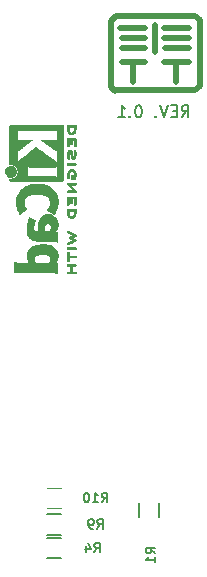
<source format=gbo>
G04 #@! TF.GenerationSoftware,KiCad,Pcbnew,(2017-11-08 revision cd21218)-HEAD*
G04 #@! TF.CreationDate,2018-02-21T13:46:00+02:00*
G04 #@! TF.ProjectId,heater_actuator_node,6865617465725F6163747561746F725F,rev?*
G04 #@! TF.SameCoordinates,Original*
G04 #@! TF.FileFunction,Legend,Bot*
G04 #@! TF.FilePolarity,Positive*
%FSLAX46Y46*%
G04 Gerber Fmt 4.6, Leading zero omitted, Abs format (unit mm)*
G04 Created by KiCad (PCBNEW (2017-11-08 revision cd21218)-HEAD) date Wed Feb 21 13:46:00 2018*
%MOMM*%
%LPD*%
G01*
G04 APERTURE LIST*
%ADD10C,0.200000*%
%ADD11C,0.010000*%
%ADD12C,0.150000*%
%ADD13C,0.500000*%
%ADD14C,0.120000*%
%ADD15C,2.200000*%
%ADD16C,1.400000*%
%ADD17O,1.400000X1.400000*%
%ADD18O,1.600000X1.600000*%
%ADD19R,1.600000X1.600000*%
%ADD20C,1.800000*%
%ADD21R,1.800000X1.800000*%
%ADD22C,2.349500*%
%ADD23R,1.000000X1.000000*%
%ADD24C,1.000000*%
%ADD25R,1.300000X1.500000*%
%ADD26R,1.500000X1.300000*%
%ADD27C,2.500000*%
%ADD28C,3.000000*%
%ADD29C,2.400000*%
%ADD30R,2.400000X2.400000*%
%ADD31R,1.700000X1.700000*%
%ADD32O,1.700000X1.700000*%
%ADD33C,2.000000*%
G04 APERTURE END LIST*
D10*
X144280952Y-69752380D02*
X144614285Y-69276190D01*
X144852380Y-69752380D02*
X144852380Y-68752380D01*
X144471428Y-68752380D01*
X144376190Y-68800000D01*
X144328571Y-68847619D01*
X144280952Y-68942857D01*
X144280952Y-69085714D01*
X144328571Y-69180952D01*
X144376190Y-69228571D01*
X144471428Y-69276190D01*
X144852380Y-69276190D01*
X143852380Y-69228571D02*
X143519047Y-69228571D01*
X143376190Y-69752380D02*
X143852380Y-69752380D01*
X143852380Y-68752380D01*
X143376190Y-68752380D01*
X143090476Y-68752380D02*
X142757142Y-69752380D01*
X142423809Y-68752380D01*
X142090476Y-69657142D02*
X142042857Y-69704761D01*
X142090476Y-69752380D01*
X142138095Y-69704761D01*
X142090476Y-69657142D01*
X142090476Y-69752380D01*
X140661904Y-68752380D02*
X140566666Y-68752380D01*
X140471428Y-68800000D01*
X140423809Y-68847619D01*
X140376190Y-68942857D01*
X140328571Y-69133333D01*
X140328571Y-69371428D01*
X140376190Y-69561904D01*
X140423809Y-69657142D01*
X140471428Y-69704761D01*
X140566666Y-69752380D01*
X140661904Y-69752380D01*
X140757142Y-69704761D01*
X140804761Y-69657142D01*
X140852380Y-69561904D01*
X140900000Y-69371428D01*
X140900000Y-69133333D01*
X140852380Y-68942857D01*
X140804761Y-68847619D01*
X140757142Y-68800000D01*
X140661904Y-68752380D01*
X139900000Y-69657142D02*
X139852380Y-69704761D01*
X139900000Y-69752380D01*
X139947619Y-69704761D01*
X139900000Y-69657142D01*
X139900000Y-69752380D01*
X138900000Y-69752380D02*
X139471428Y-69752380D01*
X139185714Y-69752380D02*
X139185714Y-68752380D01*
X139280952Y-68895238D01*
X139376190Y-68990476D01*
X139471428Y-69038095D01*
D11*
G36*
X129326571Y-74426957D02*
X129350809Y-74523232D01*
X129393641Y-74609816D01*
X129453419Y-74684627D01*
X129528494Y-74745582D01*
X129617220Y-74790601D01*
X129713530Y-74816864D01*
X129810795Y-74822714D01*
X129904654Y-74807860D01*
X129992511Y-74774160D01*
X130071770Y-74723472D01*
X130139836Y-74657655D01*
X130194112Y-74578566D01*
X130232002Y-74488066D01*
X130244426Y-74436800D01*
X130251947Y-74392302D01*
X130254919Y-74358001D01*
X130253094Y-74325040D01*
X130246225Y-74284566D01*
X130239250Y-74251469D01*
X130207741Y-74158053D01*
X130156617Y-74074381D01*
X130087429Y-74002335D01*
X130001728Y-73943800D01*
X129974489Y-73929852D01*
X129938122Y-73913414D01*
X129907582Y-73903106D01*
X129875450Y-73897540D01*
X129834307Y-73895331D01*
X129788222Y-73895052D01*
X129703865Y-73899139D01*
X129634586Y-73912554D01*
X129573961Y-73937744D01*
X129515567Y-73977154D01*
X129471302Y-74015702D01*
X129405484Y-74087594D01*
X129360053Y-74162687D01*
X129332850Y-74245438D01*
X129322576Y-74323072D01*
X129326571Y-74426957D01*
X129326571Y-74426957D01*
G37*
X129326571Y-74426957D02*
X129350809Y-74523232D01*
X129393641Y-74609816D01*
X129453419Y-74684627D01*
X129528494Y-74745582D01*
X129617220Y-74790601D01*
X129713530Y-74816864D01*
X129810795Y-74822714D01*
X129904654Y-74807860D01*
X129992511Y-74774160D01*
X130071770Y-74723472D01*
X130139836Y-74657655D01*
X130194112Y-74578566D01*
X130232002Y-74488066D01*
X130244426Y-74436800D01*
X130251947Y-74392302D01*
X130254919Y-74358001D01*
X130253094Y-74325040D01*
X130246225Y-74284566D01*
X130239250Y-74251469D01*
X130207741Y-74158053D01*
X130156617Y-74074381D01*
X130087429Y-74002335D01*
X130001728Y-73943800D01*
X129974489Y-73929852D01*
X129938122Y-73913414D01*
X129907582Y-73903106D01*
X129875450Y-73897540D01*
X129834307Y-73895331D01*
X129788222Y-73895052D01*
X129703865Y-73899139D01*
X129634586Y-73912554D01*
X129573961Y-73937744D01*
X129515567Y-73977154D01*
X129471302Y-74015702D01*
X129405484Y-74087594D01*
X129360053Y-74162687D01*
X129332850Y-74245438D01*
X129322576Y-74323072D01*
X129326571Y-74426957D01*
G36*
X131772245Y-82886507D02*
X132006662Y-82886526D01*
X132219603Y-82886552D01*
X132412168Y-82886625D01*
X132585459Y-82886782D01*
X132740576Y-82887064D01*
X132878620Y-82887509D01*
X133000692Y-82888156D01*
X133107894Y-82889045D01*
X133201326Y-82890213D01*
X133282090Y-82891701D01*
X133351286Y-82893546D01*
X133410015Y-82895789D01*
X133459379Y-82898469D01*
X133500478Y-82901623D01*
X133534413Y-82905292D01*
X133562286Y-82909513D01*
X133585198Y-82914327D01*
X133604249Y-82919773D01*
X133620540Y-82925888D01*
X133635173Y-82932712D01*
X133649249Y-82940285D01*
X133663868Y-82948645D01*
X133672974Y-82953839D01*
X133733689Y-82988104D01*
X133733689Y-82129955D01*
X133637733Y-82129955D01*
X133594370Y-82129224D01*
X133561205Y-82127272D01*
X133543424Y-82124463D01*
X133541778Y-82123221D01*
X133548662Y-82111799D01*
X133566505Y-82089084D01*
X133585879Y-82066385D01*
X133626614Y-82011800D01*
X133667617Y-81942321D01*
X133705123Y-81865270D01*
X133735364Y-81787965D01*
X133745012Y-81757113D01*
X133759578Y-81688616D01*
X133769539Y-81605764D01*
X133774583Y-81516371D01*
X133774396Y-81428248D01*
X133768666Y-81349207D01*
X133762858Y-81311511D01*
X133724797Y-81173414D01*
X133667073Y-81046113D01*
X133590211Y-80930292D01*
X133494739Y-80826637D01*
X133381179Y-80735833D01*
X133270381Y-80669031D01*
X133153625Y-80614164D01*
X133034276Y-80572163D01*
X132908283Y-80542167D01*
X132771594Y-80523311D01*
X132620158Y-80514732D01*
X132542711Y-80514006D01*
X132485934Y-80516100D01*
X132485934Y-81345217D01*
X132579002Y-81345424D01*
X132666692Y-81348337D01*
X132743772Y-81354000D01*
X132805009Y-81362455D01*
X132817350Y-81365038D01*
X132924633Y-81396840D01*
X133011658Y-81438498D01*
X133078642Y-81490363D01*
X133125805Y-81552781D01*
X133153365Y-81626100D01*
X133161541Y-81710669D01*
X133150551Y-81806835D01*
X133134829Y-81870311D01*
X133116639Y-81919454D01*
X133090791Y-81973583D01*
X133067089Y-82014244D01*
X133020721Y-82084800D01*
X131870530Y-82084800D01*
X131826962Y-82017392D01*
X131786040Y-81938867D01*
X131759389Y-81854681D01*
X131747465Y-81769557D01*
X131750722Y-81688216D01*
X131769615Y-81615380D01*
X131785184Y-81583426D01*
X131828181Y-81525501D01*
X131884953Y-81476544D01*
X131957575Y-81435390D01*
X132048121Y-81400874D01*
X132158666Y-81371833D01*
X132164533Y-81370552D01*
X132226788Y-81360381D01*
X132304594Y-81352739D01*
X132392720Y-81347670D01*
X132485934Y-81345217D01*
X132485934Y-80516100D01*
X132329895Y-80521857D01*
X132134059Y-80543802D01*
X131955332Y-80579786D01*
X131793845Y-80629759D01*
X131649726Y-80693668D01*
X131523106Y-80771462D01*
X131414115Y-80863089D01*
X131322883Y-80968497D01*
X131291932Y-81013662D01*
X131235785Y-81114611D01*
X131196174Y-81217901D01*
X131172014Y-81327989D01*
X131162219Y-81449330D01*
X131163265Y-81541836D01*
X131174231Y-81671490D01*
X131196046Y-81784084D01*
X131229714Y-81882875D01*
X131276236Y-81971121D01*
X131310448Y-82019986D01*
X131332362Y-82049353D01*
X131347333Y-82071043D01*
X131351733Y-82079253D01*
X131340904Y-82080868D01*
X131310251Y-82082159D01*
X131262526Y-82083138D01*
X131200479Y-82083817D01*
X131126862Y-82084210D01*
X131044427Y-82084330D01*
X130955925Y-82084188D01*
X130864107Y-82083797D01*
X130771724Y-82083171D01*
X130681528Y-82082320D01*
X130596271Y-82081260D01*
X130518703Y-82080001D01*
X130451576Y-82078556D01*
X130397641Y-82076938D01*
X130359650Y-82075161D01*
X130352667Y-82074669D01*
X130282251Y-82067092D01*
X130227102Y-82055531D01*
X130179981Y-82037792D01*
X130133647Y-82011682D01*
X130124067Y-82005415D01*
X130087378Y-81980983D01*
X130087378Y-82886311D01*
X131772245Y-82886507D01*
X131772245Y-82886507D01*
G37*
X131772245Y-82886507D02*
X132006662Y-82886526D01*
X132219603Y-82886552D01*
X132412168Y-82886625D01*
X132585459Y-82886782D01*
X132740576Y-82887064D01*
X132878620Y-82887509D01*
X133000692Y-82888156D01*
X133107894Y-82889045D01*
X133201326Y-82890213D01*
X133282090Y-82891701D01*
X133351286Y-82893546D01*
X133410015Y-82895789D01*
X133459379Y-82898469D01*
X133500478Y-82901623D01*
X133534413Y-82905292D01*
X133562286Y-82909513D01*
X133585198Y-82914327D01*
X133604249Y-82919773D01*
X133620540Y-82925888D01*
X133635173Y-82932712D01*
X133649249Y-82940285D01*
X133663868Y-82948645D01*
X133672974Y-82953839D01*
X133733689Y-82988104D01*
X133733689Y-82129955D01*
X133637733Y-82129955D01*
X133594370Y-82129224D01*
X133561205Y-82127272D01*
X133543424Y-82124463D01*
X133541778Y-82123221D01*
X133548662Y-82111799D01*
X133566505Y-82089084D01*
X133585879Y-82066385D01*
X133626614Y-82011800D01*
X133667617Y-81942321D01*
X133705123Y-81865270D01*
X133735364Y-81787965D01*
X133745012Y-81757113D01*
X133759578Y-81688616D01*
X133769539Y-81605764D01*
X133774583Y-81516371D01*
X133774396Y-81428248D01*
X133768666Y-81349207D01*
X133762858Y-81311511D01*
X133724797Y-81173414D01*
X133667073Y-81046113D01*
X133590211Y-80930292D01*
X133494739Y-80826637D01*
X133381179Y-80735833D01*
X133270381Y-80669031D01*
X133153625Y-80614164D01*
X133034276Y-80572163D01*
X132908283Y-80542167D01*
X132771594Y-80523311D01*
X132620158Y-80514732D01*
X132542711Y-80514006D01*
X132485934Y-80516100D01*
X132485934Y-81345217D01*
X132579002Y-81345424D01*
X132666692Y-81348337D01*
X132743772Y-81354000D01*
X132805009Y-81362455D01*
X132817350Y-81365038D01*
X132924633Y-81396840D01*
X133011658Y-81438498D01*
X133078642Y-81490363D01*
X133125805Y-81552781D01*
X133153365Y-81626100D01*
X133161541Y-81710669D01*
X133150551Y-81806835D01*
X133134829Y-81870311D01*
X133116639Y-81919454D01*
X133090791Y-81973583D01*
X133067089Y-82014244D01*
X133020721Y-82084800D01*
X131870530Y-82084800D01*
X131826962Y-82017392D01*
X131786040Y-81938867D01*
X131759389Y-81854681D01*
X131747465Y-81769557D01*
X131750722Y-81688216D01*
X131769615Y-81615380D01*
X131785184Y-81583426D01*
X131828181Y-81525501D01*
X131884953Y-81476544D01*
X131957575Y-81435390D01*
X132048121Y-81400874D01*
X132158666Y-81371833D01*
X132164533Y-81370552D01*
X132226788Y-81360381D01*
X132304594Y-81352739D01*
X132392720Y-81347670D01*
X132485934Y-81345217D01*
X132485934Y-80516100D01*
X132329895Y-80521857D01*
X132134059Y-80543802D01*
X131955332Y-80579786D01*
X131793845Y-80629759D01*
X131649726Y-80693668D01*
X131523106Y-80771462D01*
X131414115Y-80863089D01*
X131322883Y-80968497D01*
X131291932Y-81013662D01*
X131235785Y-81114611D01*
X131196174Y-81217901D01*
X131172014Y-81327989D01*
X131162219Y-81449330D01*
X131163265Y-81541836D01*
X131174231Y-81671490D01*
X131196046Y-81784084D01*
X131229714Y-81882875D01*
X131276236Y-81971121D01*
X131310448Y-82019986D01*
X131332362Y-82049353D01*
X131347333Y-82071043D01*
X131351733Y-82079253D01*
X131340904Y-82080868D01*
X131310251Y-82082159D01*
X131262526Y-82083138D01*
X131200479Y-82083817D01*
X131126862Y-82084210D01*
X131044427Y-82084330D01*
X130955925Y-82084188D01*
X130864107Y-82083797D01*
X130771724Y-82083171D01*
X130681528Y-82082320D01*
X130596271Y-82081260D01*
X130518703Y-82080001D01*
X130451576Y-82078556D01*
X130397641Y-82076938D01*
X130359650Y-82075161D01*
X130352667Y-82074669D01*
X130282251Y-82067092D01*
X130227102Y-82055531D01*
X130179981Y-82037792D01*
X130133647Y-82011682D01*
X130124067Y-82005415D01*
X130087378Y-81980983D01*
X130087378Y-82886311D01*
X131772245Y-82886507D01*
G36*
X131166552Y-79373574D02*
X131186567Y-79525492D01*
X131220202Y-79660756D01*
X131267725Y-79780239D01*
X131329405Y-79884815D01*
X131392965Y-79962424D01*
X131467099Y-80031265D01*
X131546871Y-80085006D01*
X131639091Y-80127910D01*
X131682161Y-80143384D01*
X131721142Y-80156244D01*
X131757289Y-80167446D01*
X131792434Y-80177120D01*
X131828410Y-80185396D01*
X131867050Y-80192403D01*
X131910185Y-80198272D01*
X131959649Y-80203131D01*
X132017273Y-80207110D01*
X132084891Y-80210340D01*
X132164334Y-80212949D01*
X132257436Y-80215067D01*
X132366027Y-80216824D01*
X132491942Y-80218349D01*
X132637012Y-80219772D01*
X132779778Y-80221025D01*
X132935968Y-80222351D01*
X133071239Y-80223556D01*
X133187246Y-80224766D01*
X133285645Y-80226106D01*
X133368093Y-80227700D01*
X133436246Y-80229675D01*
X133491760Y-80232156D01*
X133536292Y-80235269D01*
X133571498Y-80239138D01*
X133599034Y-80243889D01*
X133620556Y-80249648D01*
X133637722Y-80256539D01*
X133652186Y-80264689D01*
X133665606Y-80274223D01*
X133679638Y-80285266D01*
X133685071Y-80289566D01*
X133707910Y-80305386D01*
X133723463Y-80312422D01*
X133723922Y-80312444D01*
X133726121Y-80301567D01*
X133728147Y-80270582D01*
X133729942Y-80221957D01*
X133731451Y-80158163D01*
X133732616Y-80081669D01*
X133733380Y-79994944D01*
X133733686Y-79900457D01*
X133733689Y-79889550D01*
X133733689Y-79466657D01*
X133637622Y-79463395D01*
X133541556Y-79460133D01*
X133592543Y-79398044D01*
X133660057Y-79300714D01*
X133714749Y-79190813D01*
X133744978Y-79104349D01*
X133759666Y-79035278D01*
X133769659Y-78951925D01*
X133774646Y-78862159D01*
X133774313Y-78773845D01*
X133768351Y-78694851D01*
X133762638Y-78658622D01*
X133724776Y-78518603D01*
X133669932Y-78392178D01*
X133598924Y-78280260D01*
X133512568Y-78183762D01*
X133411679Y-78103600D01*
X133297076Y-78040687D01*
X133170984Y-77996312D01*
X133114401Y-77983978D01*
X133052202Y-77976368D01*
X132977363Y-77972739D01*
X132943467Y-77972245D01*
X132940282Y-77972310D01*
X132940282Y-78732248D01*
X133015333Y-78741541D01*
X133079160Y-78769728D01*
X133134798Y-78818197D01*
X133139211Y-78823254D01*
X133174037Y-78871548D01*
X133196620Y-78923257D01*
X133208540Y-78983989D01*
X133211383Y-79059352D01*
X133210978Y-79077459D01*
X133208325Y-79131278D01*
X133202909Y-79171308D01*
X133192745Y-79206324D01*
X133175850Y-79245103D01*
X133170672Y-79255745D01*
X133134844Y-79316396D01*
X133092212Y-79363215D01*
X133076973Y-79375952D01*
X133020462Y-79420622D01*
X132824586Y-79420622D01*
X132745939Y-79420086D01*
X132687988Y-79418396D01*
X132648875Y-79415428D01*
X132626741Y-79411057D01*
X132620274Y-79406972D01*
X132617111Y-79391047D01*
X132614488Y-79357264D01*
X132612655Y-79310340D01*
X132611857Y-79254993D01*
X132611842Y-79246106D01*
X132617096Y-79125330D01*
X132633263Y-79022660D01*
X132660961Y-78936106D01*
X132700808Y-78863681D01*
X132747758Y-78808751D01*
X132805645Y-78764204D01*
X132868693Y-78739480D01*
X132940282Y-78732248D01*
X132940282Y-77972310D01*
X132849712Y-77974178D01*
X132770812Y-77982522D01*
X132699590Y-77998768D01*
X132628864Y-78024405D01*
X132576493Y-78048401D01*
X132481196Y-78107020D01*
X132393170Y-78185117D01*
X132314017Y-78280315D01*
X132245340Y-78390238D01*
X132188741Y-78512510D01*
X132145821Y-78644755D01*
X132130882Y-78709422D01*
X132108777Y-78845604D01*
X132094194Y-78994049D01*
X132087813Y-79145505D01*
X132089445Y-79272064D01*
X132096224Y-79433950D01*
X132037245Y-79426530D01*
X131938092Y-79407238D01*
X131857372Y-79376104D01*
X131794466Y-79332269D01*
X131748756Y-79274871D01*
X131719622Y-79203048D01*
X131706447Y-79115941D01*
X131708611Y-79012686D01*
X131712612Y-78974711D01*
X131737780Y-78833520D01*
X131778814Y-78696707D01*
X131816815Y-78602178D01*
X131836190Y-78557018D01*
X131851760Y-78518585D01*
X131861405Y-78492234D01*
X131863452Y-78484546D01*
X131854374Y-78474802D01*
X131825405Y-78458083D01*
X131776217Y-78434232D01*
X131706484Y-78403093D01*
X131615879Y-78364507D01*
X131600089Y-78357910D01*
X131527772Y-78327853D01*
X131462425Y-78300874D01*
X131406906Y-78278136D01*
X131364072Y-78260806D01*
X131336781Y-78250048D01*
X131327942Y-78246941D01*
X131323187Y-78256940D01*
X131317910Y-78283217D01*
X131314231Y-78311489D01*
X131309474Y-78341646D01*
X131300028Y-78389433D01*
X131286820Y-78450612D01*
X131270776Y-78520946D01*
X131252820Y-78596194D01*
X131245797Y-78624755D01*
X131220209Y-78729816D01*
X131200147Y-78817480D01*
X131184969Y-78892068D01*
X131174035Y-78957903D01*
X131166704Y-79019307D01*
X131162335Y-79080602D01*
X131160287Y-79146110D01*
X131159889Y-79204128D01*
X131166552Y-79373574D01*
X131166552Y-79373574D01*
G37*
X131166552Y-79373574D02*
X131186567Y-79525492D01*
X131220202Y-79660756D01*
X131267725Y-79780239D01*
X131329405Y-79884815D01*
X131392965Y-79962424D01*
X131467099Y-80031265D01*
X131546871Y-80085006D01*
X131639091Y-80127910D01*
X131682161Y-80143384D01*
X131721142Y-80156244D01*
X131757289Y-80167446D01*
X131792434Y-80177120D01*
X131828410Y-80185396D01*
X131867050Y-80192403D01*
X131910185Y-80198272D01*
X131959649Y-80203131D01*
X132017273Y-80207110D01*
X132084891Y-80210340D01*
X132164334Y-80212949D01*
X132257436Y-80215067D01*
X132366027Y-80216824D01*
X132491942Y-80218349D01*
X132637012Y-80219772D01*
X132779778Y-80221025D01*
X132935968Y-80222351D01*
X133071239Y-80223556D01*
X133187246Y-80224766D01*
X133285645Y-80226106D01*
X133368093Y-80227700D01*
X133436246Y-80229675D01*
X133491760Y-80232156D01*
X133536292Y-80235269D01*
X133571498Y-80239138D01*
X133599034Y-80243889D01*
X133620556Y-80249648D01*
X133637722Y-80256539D01*
X133652186Y-80264689D01*
X133665606Y-80274223D01*
X133679638Y-80285266D01*
X133685071Y-80289566D01*
X133707910Y-80305386D01*
X133723463Y-80312422D01*
X133723922Y-80312444D01*
X133726121Y-80301567D01*
X133728147Y-80270582D01*
X133729942Y-80221957D01*
X133731451Y-80158163D01*
X133732616Y-80081669D01*
X133733380Y-79994944D01*
X133733686Y-79900457D01*
X133733689Y-79889550D01*
X133733689Y-79466657D01*
X133637622Y-79463395D01*
X133541556Y-79460133D01*
X133592543Y-79398044D01*
X133660057Y-79300714D01*
X133714749Y-79190813D01*
X133744978Y-79104349D01*
X133759666Y-79035278D01*
X133769659Y-78951925D01*
X133774646Y-78862159D01*
X133774313Y-78773845D01*
X133768351Y-78694851D01*
X133762638Y-78658622D01*
X133724776Y-78518603D01*
X133669932Y-78392178D01*
X133598924Y-78280260D01*
X133512568Y-78183762D01*
X133411679Y-78103600D01*
X133297076Y-78040687D01*
X133170984Y-77996312D01*
X133114401Y-77983978D01*
X133052202Y-77976368D01*
X132977363Y-77972739D01*
X132943467Y-77972245D01*
X132940282Y-77972310D01*
X132940282Y-78732248D01*
X133015333Y-78741541D01*
X133079160Y-78769728D01*
X133134798Y-78818197D01*
X133139211Y-78823254D01*
X133174037Y-78871548D01*
X133196620Y-78923257D01*
X133208540Y-78983989D01*
X133211383Y-79059352D01*
X133210978Y-79077459D01*
X133208325Y-79131278D01*
X133202909Y-79171308D01*
X133192745Y-79206324D01*
X133175850Y-79245103D01*
X133170672Y-79255745D01*
X133134844Y-79316396D01*
X133092212Y-79363215D01*
X133076973Y-79375952D01*
X133020462Y-79420622D01*
X132824586Y-79420622D01*
X132745939Y-79420086D01*
X132687988Y-79418396D01*
X132648875Y-79415428D01*
X132626741Y-79411057D01*
X132620274Y-79406972D01*
X132617111Y-79391047D01*
X132614488Y-79357264D01*
X132612655Y-79310340D01*
X132611857Y-79254993D01*
X132611842Y-79246106D01*
X132617096Y-79125330D01*
X132633263Y-79022660D01*
X132660961Y-78936106D01*
X132700808Y-78863681D01*
X132747758Y-78808751D01*
X132805645Y-78764204D01*
X132868693Y-78739480D01*
X132940282Y-78732248D01*
X132940282Y-77972310D01*
X132849712Y-77974178D01*
X132770812Y-77982522D01*
X132699590Y-77998768D01*
X132628864Y-78024405D01*
X132576493Y-78048401D01*
X132481196Y-78107020D01*
X132393170Y-78185117D01*
X132314017Y-78280315D01*
X132245340Y-78390238D01*
X132188741Y-78512510D01*
X132145821Y-78644755D01*
X132130882Y-78709422D01*
X132108777Y-78845604D01*
X132094194Y-78994049D01*
X132087813Y-79145505D01*
X132089445Y-79272064D01*
X132096224Y-79433950D01*
X132037245Y-79426530D01*
X131938092Y-79407238D01*
X131857372Y-79376104D01*
X131794466Y-79332269D01*
X131748756Y-79274871D01*
X131719622Y-79203048D01*
X131706447Y-79115941D01*
X131708611Y-79012686D01*
X131712612Y-78974711D01*
X131737780Y-78833520D01*
X131778814Y-78696707D01*
X131816815Y-78602178D01*
X131836190Y-78557018D01*
X131851760Y-78518585D01*
X131861405Y-78492234D01*
X131863452Y-78484546D01*
X131854374Y-78474802D01*
X131825405Y-78458083D01*
X131776217Y-78434232D01*
X131706484Y-78403093D01*
X131615879Y-78364507D01*
X131600089Y-78357910D01*
X131527772Y-78327853D01*
X131462425Y-78300874D01*
X131406906Y-78278136D01*
X131364072Y-78260806D01*
X131336781Y-78250048D01*
X131327942Y-78246941D01*
X131323187Y-78256940D01*
X131317910Y-78283217D01*
X131314231Y-78311489D01*
X131309474Y-78341646D01*
X131300028Y-78389433D01*
X131286820Y-78450612D01*
X131270776Y-78520946D01*
X131252820Y-78596194D01*
X131245797Y-78624755D01*
X131220209Y-78729816D01*
X131200147Y-78817480D01*
X131184969Y-78892068D01*
X131174035Y-78957903D01*
X131166704Y-79019307D01*
X131162335Y-79080602D01*
X131160287Y-79146110D01*
X131159889Y-79204128D01*
X131166552Y-79373574D01*
G36*
X130249071Y-77028429D02*
X130270245Y-77188570D01*
X130310385Y-77352510D01*
X130369889Y-77522313D01*
X130449154Y-77700043D01*
X130454699Y-77711310D01*
X130482725Y-77769005D01*
X130506802Y-77820552D01*
X130525249Y-77862191D01*
X130536386Y-77890162D01*
X130538933Y-77899733D01*
X130543941Y-77918950D01*
X130548147Y-77923561D01*
X130558580Y-77918458D01*
X130584868Y-77902418D01*
X130624257Y-77877288D01*
X130673991Y-77844914D01*
X130731315Y-77807143D01*
X130793476Y-77765822D01*
X130857718Y-77722798D01*
X130921285Y-77679917D01*
X130981425Y-77639026D01*
X131035380Y-77601971D01*
X131080397Y-77570600D01*
X131113721Y-77546759D01*
X131132597Y-77532294D01*
X131134787Y-77530309D01*
X131130138Y-77520191D01*
X131112962Y-77497850D01*
X131086440Y-77467280D01*
X131071964Y-77451536D01*
X130996682Y-77355047D01*
X130941241Y-77248336D01*
X130906141Y-77132832D01*
X130891880Y-77009962D01*
X130893051Y-76940561D01*
X130910212Y-76819423D01*
X130946094Y-76710205D01*
X131000959Y-76612582D01*
X131075070Y-76526228D01*
X131168688Y-76450815D01*
X131282076Y-76386018D01*
X131368667Y-76348601D01*
X131504366Y-76304748D01*
X131651850Y-76272428D01*
X131807314Y-76251557D01*
X131966956Y-76242051D01*
X132126973Y-76243827D01*
X132283561Y-76256803D01*
X132432918Y-76280894D01*
X132571240Y-76316018D01*
X132694724Y-76362092D01*
X132728978Y-76378373D01*
X132843064Y-76446620D01*
X132939557Y-76527079D01*
X133017670Y-76618570D01*
X133076617Y-76719911D01*
X133115612Y-76829920D01*
X133133868Y-76947415D01*
X133135211Y-76988883D01*
X133124290Y-77110441D01*
X133091474Y-77230878D01*
X133037439Y-77348666D01*
X132962865Y-77462277D01*
X132884539Y-77553685D01*
X132840008Y-77600215D01*
X133137271Y-77781483D01*
X133211433Y-77826580D01*
X133279646Y-77867819D01*
X133339459Y-77903735D01*
X133388420Y-77932866D01*
X133424079Y-77953750D01*
X133443984Y-77964924D01*
X133447079Y-77966375D01*
X133456718Y-77958146D01*
X133473999Y-77932567D01*
X133497283Y-77892873D01*
X133524934Y-77842297D01*
X133555315Y-77784074D01*
X133586790Y-77721437D01*
X133617722Y-77657621D01*
X133646473Y-77595860D01*
X133671408Y-77539388D01*
X133690889Y-77491438D01*
X133699318Y-77467986D01*
X133737133Y-77334221D01*
X133762136Y-77196327D01*
X133775140Y-77048622D01*
X133777468Y-76921833D01*
X133776373Y-76853878D01*
X133774275Y-76788277D01*
X133771434Y-76730847D01*
X133768106Y-76687403D01*
X133766422Y-76673298D01*
X133737587Y-76534284D01*
X133692468Y-76392757D01*
X133633750Y-76255275D01*
X133564120Y-76128394D01*
X133511441Y-76050889D01*
X133403239Y-75923481D01*
X133276671Y-75805178D01*
X133134866Y-75698172D01*
X132980951Y-75604652D01*
X132818053Y-75526810D01*
X132700756Y-75482956D01*
X132517128Y-75432708D01*
X132322581Y-75399209D01*
X132121325Y-75382449D01*
X131917568Y-75382416D01*
X131715521Y-75399101D01*
X131519392Y-75432493D01*
X131333391Y-75482580D01*
X131321803Y-75486397D01*
X131159750Y-75549281D01*
X131011832Y-75626028D01*
X130873865Y-75719242D01*
X130741661Y-75831527D01*
X130696399Y-75875392D01*
X130572457Y-76011534D01*
X130469915Y-76151491D01*
X130387656Y-76297411D01*
X130324564Y-76451442D01*
X130279523Y-76615732D01*
X130262033Y-76711289D01*
X130246466Y-76870023D01*
X130249071Y-77028429D01*
X130249071Y-77028429D01*
G37*
X130249071Y-77028429D02*
X130270245Y-77188570D01*
X130310385Y-77352510D01*
X130369889Y-77522313D01*
X130449154Y-77700043D01*
X130454699Y-77711310D01*
X130482725Y-77769005D01*
X130506802Y-77820552D01*
X130525249Y-77862191D01*
X130536386Y-77890162D01*
X130538933Y-77899733D01*
X130543941Y-77918950D01*
X130548147Y-77923561D01*
X130558580Y-77918458D01*
X130584868Y-77902418D01*
X130624257Y-77877288D01*
X130673991Y-77844914D01*
X130731315Y-77807143D01*
X130793476Y-77765822D01*
X130857718Y-77722798D01*
X130921285Y-77679917D01*
X130981425Y-77639026D01*
X131035380Y-77601971D01*
X131080397Y-77570600D01*
X131113721Y-77546759D01*
X131132597Y-77532294D01*
X131134787Y-77530309D01*
X131130138Y-77520191D01*
X131112962Y-77497850D01*
X131086440Y-77467280D01*
X131071964Y-77451536D01*
X130996682Y-77355047D01*
X130941241Y-77248336D01*
X130906141Y-77132832D01*
X130891880Y-77009962D01*
X130893051Y-76940561D01*
X130910212Y-76819423D01*
X130946094Y-76710205D01*
X131000959Y-76612582D01*
X131075070Y-76526228D01*
X131168688Y-76450815D01*
X131282076Y-76386018D01*
X131368667Y-76348601D01*
X131504366Y-76304748D01*
X131651850Y-76272428D01*
X131807314Y-76251557D01*
X131966956Y-76242051D01*
X132126973Y-76243827D01*
X132283561Y-76256803D01*
X132432918Y-76280894D01*
X132571240Y-76316018D01*
X132694724Y-76362092D01*
X132728978Y-76378373D01*
X132843064Y-76446620D01*
X132939557Y-76527079D01*
X133017670Y-76618570D01*
X133076617Y-76719911D01*
X133115612Y-76829920D01*
X133133868Y-76947415D01*
X133135211Y-76988883D01*
X133124290Y-77110441D01*
X133091474Y-77230878D01*
X133037439Y-77348666D01*
X132962865Y-77462277D01*
X132884539Y-77553685D01*
X132840008Y-77600215D01*
X133137271Y-77781483D01*
X133211433Y-77826580D01*
X133279646Y-77867819D01*
X133339459Y-77903735D01*
X133388420Y-77932866D01*
X133424079Y-77953750D01*
X133443984Y-77964924D01*
X133447079Y-77966375D01*
X133456718Y-77958146D01*
X133473999Y-77932567D01*
X133497283Y-77892873D01*
X133524934Y-77842297D01*
X133555315Y-77784074D01*
X133586790Y-77721437D01*
X133617722Y-77657621D01*
X133646473Y-77595860D01*
X133671408Y-77539388D01*
X133690889Y-77491438D01*
X133699318Y-77467986D01*
X133737133Y-77334221D01*
X133762136Y-77196327D01*
X133775140Y-77048622D01*
X133777468Y-76921833D01*
X133776373Y-76853878D01*
X133774275Y-76788277D01*
X133771434Y-76730847D01*
X133768106Y-76687403D01*
X133766422Y-76673298D01*
X133737587Y-76534284D01*
X133692468Y-76392757D01*
X133633750Y-76255275D01*
X133564120Y-76128394D01*
X133511441Y-76050889D01*
X133403239Y-75923481D01*
X133276671Y-75805178D01*
X133134866Y-75698172D01*
X132980951Y-75604652D01*
X132818053Y-75526810D01*
X132700756Y-75482956D01*
X132517128Y-75432708D01*
X132322581Y-75399209D01*
X132121325Y-75382449D01*
X131917568Y-75382416D01*
X131715521Y-75399101D01*
X131519392Y-75432493D01*
X131333391Y-75482580D01*
X131321803Y-75486397D01*
X131159750Y-75549281D01*
X131011832Y-75626028D01*
X130873865Y-75719242D01*
X130741661Y-75831527D01*
X130696399Y-75875392D01*
X130572457Y-76011534D01*
X130469915Y-76151491D01*
X130387656Y-76297411D01*
X130324564Y-76451442D01*
X130279523Y-76615732D01*
X130262033Y-76711289D01*
X130246466Y-76870023D01*
X130249071Y-77028429D01*
G36*
X129789054Y-73753600D02*
X129902993Y-73764465D01*
X130010616Y-73796082D01*
X130109615Y-73846985D01*
X130197684Y-73915707D01*
X130272516Y-74000781D01*
X130330384Y-74097768D01*
X130370005Y-74204036D01*
X130388573Y-74311050D01*
X130387434Y-74416700D01*
X130367930Y-74518875D01*
X130331406Y-74615466D01*
X130279205Y-74704362D01*
X130212673Y-74783454D01*
X130133152Y-74850631D01*
X130041987Y-74903783D01*
X129940523Y-74940801D01*
X129830102Y-74959573D01*
X129780206Y-74961511D01*
X129692267Y-74961511D01*
X129692267Y-75013440D01*
X129695111Y-75049747D01*
X129706911Y-75076645D01*
X129730649Y-75103751D01*
X129769031Y-75142133D01*
X131960602Y-75142133D01*
X132222739Y-75142124D01*
X132463241Y-75142092D01*
X132683048Y-75142028D01*
X132883101Y-75141924D01*
X133064344Y-75141773D01*
X133227716Y-75141566D01*
X133374160Y-75141294D01*
X133504617Y-75140950D01*
X133620029Y-75140526D01*
X133721338Y-75140013D01*
X133809484Y-75139403D01*
X133885410Y-75138688D01*
X133950057Y-75137860D01*
X134004367Y-75136911D01*
X134049280Y-75135833D01*
X134085740Y-75134617D01*
X134114687Y-75133255D01*
X134137063Y-75131739D01*
X134153809Y-75130062D01*
X134165868Y-75128214D01*
X134174180Y-75126187D01*
X134179687Y-75123975D01*
X134181537Y-75122892D01*
X134188549Y-75118729D01*
X134194996Y-75115195D01*
X134200900Y-75111365D01*
X134206286Y-75106318D01*
X134211178Y-75099129D01*
X134215598Y-75088877D01*
X134219572Y-75074636D01*
X134223121Y-75055486D01*
X134226270Y-75030501D01*
X134229042Y-74998760D01*
X134231461Y-74959338D01*
X134233551Y-74911314D01*
X134235335Y-74853763D01*
X134236837Y-74785763D01*
X134238080Y-74706390D01*
X134239089Y-74614721D01*
X134239885Y-74509834D01*
X134240494Y-74390804D01*
X134240939Y-74256710D01*
X134241243Y-74106627D01*
X134241430Y-73939633D01*
X134241524Y-73754804D01*
X134241548Y-73551217D01*
X134241525Y-73327950D01*
X134241480Y-73084078D01*
X134241437Y-72818679D01*
X134241432Y-72780296D01*
X134241389Y-72513318D01*
X134241318Y-72267998D01*
X134241213Y-72043417D01*
X134241066Y-71838655D01*
X134240869Y-71652794D01*
X134240616Y-71484912D01*
X134240300Y-71334092D01*
X134239913Y-71199413D01*
X134239447Y-71079956D01*
X134238897Y-70974801D01*
X134238253Y-70883029D01*
X134237511Y-70803721D01*
X134236661Y-70735957D01*
X134235697Y-70678818D01*
X134234611Y-70631383D01*
X134233397Y-70592734D01*
X134232047Y-70561951D01*
X134230555Y-70538115D01*
X134228911Y-70520306D01*
X134227111Y-70507605D01*
X134225145Y-70499092D01*
X134223477Y-70494734D01*
X134219906Y-70486272D01*
X134217270Y-70478503D01*
X134214634Y-70471398D01*
X134211062Y-70464927D01*
X134205621Y-70459061D01*
X134197375Y-70453771D01*
X134185390Y-70449026D01*
X134168731Y-70444798D01*
X134146463Y-70441057D01*
X134117652Y-70437773D01*
X134081363Y-70434917D01*
X134036661Y-70432460D01*
X133982611Y-70430371D01*
X133918279Y-70428622D01*
X133842730Y-70427183D01*
X133755030Y-70426024D01*
X133654243Y-70425117D01*
X133539434Y-70424431D01*
X133409670Y-70423937D01*
X133264015Y-70423605D01*
X133101535Y-70423407D01*
X132921295Y-70423313D01*
X132722360Y-70423292D01*
X132503796Y-70423315D01*
X132264668Y-70423354D01*
X132004040Y-70423378D01*
X131961889Y-70423378D01*
X131698992Y-70423364D01*
X131457732Y-70423339D01*
X131237165Y-70423329D01*
X131036352Y-70423358D01*
X130854349Y-70423452D01*
X130690216Y-70423638D01*
X130543011Y-70423941D01*
X130411792Y-70424386D01*
X130301867Y-70424966D01*
X130301867Y-70727803D01*
X130359711Y-70767593D01*
X130375479Y-70778764D01*
X130389441Y-70788834D01*
X130402784Y-70797862D01*
X130416693Y-70805903D01*
X130432356Y-70813014D01*
X130450958Y-70819253D01*
X130473686Y-70824675D01*
X130501727Y-70829338D01*
X130536267Y-70833299D01*
X130578492Y-70836615D01*
X130629589Y-70839341D01*
X130690744Y-70841536D01*
X130763144Y-70843255D01*
X130847975Y-70844556D01*
X130946422Y-70845495D01*
X131059674Y-70846130D01*
X131188916Y-70846516D01*
X131335334Y-70846712D01*
X131500116Y-70846773D01*
X131684447Y-70846757D01*
X131889513Y-70846720D01*
X132012133Y-70846711D01*
X132229082Y-70846735D01*
X132424642Y-70846769D01*
X132599999Y-70846757D01*
X132756341Y-70846642D01*
X132894857Y-70846370D01*
X133016734Y-70845882D01*
X133123160Y-70845124D01*
X133215322Y-70844038D01*
X133294409Y-70842569D01*
X133361608Y-70840660D01*
X133418107Y-70838256D01*
X133465093Y-70835299D01*
X133503755Y-70831734D01*
X133535280Y-70827505D01*
X133560855Y-70822554D01*
X133581670Y-70816827D01*
X133598911Y-70810267D01*
X133613765Y-70802817D01*
X133627422Y-70794421D01*
X133641069Y-70785024D01*
X133655893Y-70774568D01*
X133664783Y-70768477D01*
X133722400Y-70729704D01*
X133722400Y-71261268D01*
X133722365Y-71384517D01*
X133722215Y-71487013D01*
X133721878Y-71570580D01*
X133721286Y-71637044D01*
X133720367Y-71688229D01*
X133719051Y-71725959D01*
X133717269Y-71752060D01*
X133714951Y-71768356D01*
X133712026Y-71776672D01*
X133708424Y-71778832D01*
X133704075Y-71776661D01*
X133702645Y-71775465D01*
X133665573Y-71750315D01*
X133612772Y-71724417D01*
X133550770Y-71700808D01*
X133524357Y-71692539D01*
X133506416Y-71687922D01*
X133485355Y-71684021D01*
X133459089Y-71680752D01*
X133425532Y-71678034D01*
X133382599Y-71675785D01*
X133328204Y-71673923D01*
X133260262Y-71672364D01*
X133176688Y-71671028D01*
X133075395Y-71669831D01*
X132954300Y-71668692D01*
X132909600Y-71668315D01*
X132784449Y-71667298D01*
X132680082Y-71666540D01*
X132594707Y-71666097D01*
X132526533Y-71666030D01*
X132473765Y-71666395D01*
X132434614Y-71667252D01*
X132407285Y-71668659D01*
X132389986Y-71670675D01*
X132380926Y-71673357D01*
X132378312Y-71676764D01*
X132380351Y-71680956D01*
X132384667Y-71685429D01*
X132397602Y-71695784D01*
X132426676Y-71717842D01*
X132469759Y-71750043D01*
X132524718Y-71790826D01*
X132589423Y-71838630D01*
X132661742Y-71891895D01*
X132739544Y-71949060D01*
X132820698Y-72008563D01*
X132903072Y-72068845D01*
X132984536Y-72128345D01*
X133062957Y-72185502D01*
X133136204Y-72238755D01*
X133202147Y-72286543D01*
X133258654Y-72327307D01*
X133303593Y-72359484D01*
X133334834Y-72381515D01*
X133341466Y-72386083D01*
X133378369Y-72409004D01*
X133426359Y-72435812D01*
X133475897Y-72461211D01*
X133482577Y-72464432D01*
X133530772Y-72486110D01*
X133568334Y-72498696D01*
X133604160Y-72504426D01*
X133646200Y-72505544D01*
X133722400Y-72504910D01*
X133722400Y-73659349D01*
X133628669Y-73568185D01*
X133578775Y-73521388D01*
X133522295Y-73471101D01*
X133468026Y-73425056D01*
X133442673Y-73404631D01*
X133403128Y-73374193D01*
X133349916Y-73334138D01*
X133284667Y-73285639D01*
X133209011Y-73229865D01*
X133124577Y-73167989D01*
X133032994Y-73101181D01*
X132935892Y-73030613D01*
X132834901Y-72957455D01*
X132731650Y-72882879D01*
X132627768Y-72808056D01*
X132524885Y-72734157D01*
X132424631Y-72662354D01*
X132328636Y-72593816D01*
X132238527Y-72529716D01*
X132155936Y-72471225D01*
X132082492Y-72419514D01*
X132019824Y-72375753D01*
X131969561Y-72341115D01*
X131933334Y-72316770D01*
X131912771Y-72303889D01*
X131908668Y-72302131D01*
X131897342Y-72310090D01*
X131870162Y-72330885D01*
X131828829Y-72363153D01*
X131775044Y-72405530D01*
X131710506Y-72456653D01*
X131636918Y-72515159D01*
X131555978Y-72579686D01*
X131469388Y-72648869D01*
X131378848Y-72721347D01*
X131286060Y-72795754D01*
X131211702Y-72855483D01*
X131211702Y-73866489D01*
X131224659Y-73872398D01*
X131246908Y-73886728D01*
X131248391Y-73887775D01*
X131278544Y-73906562D01*
X131315375Y-73926209D01*
X131323511Y-73930108D01*
X131331940Y-73933644D01*
X131342059Y-73936770D01*
X131355260Y-73939514D01*
X131372938Y-73941908D01*
X131396484Y-73943981D01*
X131427293Y-73945765D01*
X131466757Y-73947288D01*
X131516269Y-73948581D01*
X131577223Y-73949674D01*
X131651011Y-73950597D01*
X131739028Y-73951381D01*
X131842665Y-73952055D01*
X131963316Y-73952650D01*
X132102374Y-73953195D01*
X132261232Y-73953721D01*
X132440089Y-73954255D01*
X132625207Y-73954794D01*
X132789145Y-73955228D01*
X132933303Y-73955491D01*
X133059079Y-73955516D01*
X133167871Y-73955235D01*
X133261077Y-73954581D01*
X133340097Y-73953486D01*
X133406328Y-73951882D01*
X133461170Y-73949703D01*
X133506021Y-73946881D01*
X133542278Y-73943349D01*
X133571341Y-73939039D01*
X133594609Y-73933883D01*
X133613479Y-73927815D01*
X133629351Y-73920767D01*
X133643622Y-73912671D01*
X133657691Y-73903460D01*
X133670158Y-73894960D01*
X133696452Y-73877824D01*
X133714037Y-73867678D01*
X133717257Y-73866489D01*
X133718334Y-73877396D01*
X133719335Y-73908589D01*
X133720235Y-73957777D01*
X133721010Y-74022667D01*
X133721637Y-74100970D01*
X133722091Y-74190393D01*
X133722349Y-74288644D01*
X133722400Y-74357555D01*
X133722180Y-74462548D01*
X133721548Y-74559390D01*
X133720549Y-74645893D01*
X133719227Y-74719868D01*
X133717626Y-74779126D01*
X133715791Y-74821480D01*
X133713765Y-74844740D01*
X133712493Y-74848622D01*
X133697591Y-74840924D01*
X133689560Y-74832926D01*
X133672434Y-74819754D01*
X133642183Y-74802515D01*
X133617622Y-74790593D01*
X133558711Y-74763955D01*
X132381845Y-74760880D01*
X131204978Y-74757805D01*
X131204978Y-74312147D01*
X131205142Y-74214330D01*
X131205611Y-74123936D01*
X131206347Y-74043370D01*
X131207316Y-73975038D01*
X131208480Y-73921344D01*
X131209803Y-73884695D01*
X131211249Y-73867496D01*
X131211702Y-73866489D01*
X131211702Y-72855483D01*
X131192722Y-72870730D01*
X131100537Y-72944910D01*
X131011204Y-73016931D01*
X130926424Y-73085431D01*
X130847898Y-73149045D01*
X130777326Y-73206412D01*
X130716409Y-73256167D01*
X130666847Y-73296948D01*
X130646178Y-73314112D01*
X130545516Y-73400404D01*
X130462259Y-73477003D01*
X130394438Y-73545817D01*
X130340089Y-73608752D01*
X130332722Y-73618133D01*
X130302117Y-73657644D01*
X130301867Y-72525884D01*
X130349844Y-72531173D01*
X130407188Y-72527870D01*
X130475463Y-72506339D01*
X130555212Y-72466365D01*
X130627495Y-72421057D01*
X130650140Y-72404839D01*
X130687696Y-72376786D01*
X130738021Y-72338570D01*
X130798973Y-72291863D01*
X130868411Y-72238339D01*
X130944194Y-72179669D01*
X131024180Y-72117525D01*
X131106228Y-72053579D01*
X131188196Y-71989505D01*
X131267943Y-71926973D01*
X131343327Y-71867657D01*
X131412207Y-71813229D01*
X131472442Y-71765361D01*
X131521889Y-71725725D01*
X131558408Y-71695994D01*
X131579858Y-71677839D01*
X131583156Y-71674780D01*
X131575149Y-71671921D01*
X131544855Y-71669707D01*
X131492556Y-71668143D01*
X131418531Y-71667233D01*
X131323063Y-71666980D01*
X131206434Y-71667387D01*
X131086445Y-71668296D01*
X130954333Y-71669618D01*
X130842594Y-71671143D01*
X130749025Y-71673119D01*
X130671419Y-71675794D01*
X130607574Y-71679418D01*
X130555283Y-71684239D01*
X130512344Y-71690506D01*
X130476551Y-71698468D01*
X130445700Y-71708373D01*
X130417586Y-71720469D01*
X130390005Y-71735007D01*
X130364966Y-71749689D01*
X130301867Y-71787686D01*
X130301867Y-70727803D01*
X130301867Y-70424966D01*
X130295617Y-70424999D01*
X130193544Y-70425805D01*
X130104633Y-70426830D01*
X130027941Y-70428100D01*
X129962527Y-70429640D01*
X129907449Y-70431476D01*
X129861765Y-70433633D01*
X129824534Y-70436137D01*
X129794813Y-70439013D01*
X129771662Y-70442287D01*
X129754139Y-70445985D01*
X129741301Y-70450131D01*
X129732208Y-70454753D01*
X129725918Y-70459874D01*
X129721488Y-70465522D01*
X129717978Y-70471721D01*
X129714445Y-70478496D01*
X129710876Y-70484492D01*
X129708300Y-70489725D01*
X129705972Y-70497901D01*
X129703878Y-70510114D01*
X129702007Y-70527459D01*
X129700347Y-70551031D01*
X129698884Y-70581923D01*
X129697608Y-70621232D01*
X129696504Y-70670050D01*
X129695561Y-70729473D01*
X129694767Y-70800596D01*
X129694109Y-70884512D01*
X129693575Y-70982317D01*
X129693153Y-71095106D01*
X129692829Y-71223971D01*
X129692592Y-71370009D01*
X129692430Y-71534314D01*
X129692330Y-71717980D01*
X129692280Y-71922103D01*
X129692267Y-72133247D01*
X129692267Y-73753600D01*
X129789054Y-73753600D01*
X129789054Y-73753600D01*
G37*
X129789054Y-73753600D02*
X129902993Y-73764465D01*
X130010616Y-73796082D01*
X130109615Y-73846985D01*
X130197684Y-73915707D01*
X130272516Y-74000781D01*
X130330384Y-74097768D01*
X130370005Y-74204036D01*
X130388573Y-74311050D01*
X130387434Y-74416700D01*
X130367930Y-74518875D01*
X130331406Y-74615466D01*
X130279205Y-74704362D01*
X130212673Y-74783454D01*
X130133152Y-74850631D01*
X130041987Y-74903783D01*
X129940523Y-74940801D01*
X129830102Y-74959573D01*
X129780206Y-74961511D01*
X129692267Y-74961511D01*
X129692267Y-75013440D01*
X129695111Y-75049747D01*
X129706911Y-75076645D01*
X129730649Y-75103751D01*
X129769031Y-75142133D01*
X131960602Y-75142133D01*
X132222739Y-75142124D01*
X132463241Y-75142092D01*
X132683048Y-75142028D01*
X132883101Y-75141924D01*
X133064344Y-75141773D01*
X133227716Y-75141566D01*
X133374160Y-75141294D01*
X133504617Y-75140950D01*
X133620029Y-75140526D01*
X133721338Y-75140013D01*
X133809484Y-75139403D01*
X133885410Y-75138688D01*
X133950057Y-75137860D01*
X134004367Y-75136911D01*
X134049280Y-75135833D01*
X134085740Y-75134617D01*
X134114687Y-75133255D01*
X134137063Y-75131739D01*
X134153809Y-75130062D01*
X134165868Y-75128214D01*
X134174180Y-75126187D01*
X134179687Y-75123975D01*
X134181537Y-75122892D01*
X134188549Y-75118729D01*
X134194996Y-75115195D01*
X134200900Y-75111365D01*
X134206286Y-75106318D01*
X134211178Y-75099129D01*
X134215598Y-75088877D01*
X134219572Y-75074636D01*
X134223121Y-75055486D01*
X134226270Y-75030501D01*
X134229042Y-74998760D01*
X134231461Y-74959338D01*
X134233551Y-74911314D01*
X134235335Y-74853763D01*
X134236837Y-74785763D01*
X134238080Y-74706390D01*
X134239089Y-74614721D01*
X134239885Y-74509834D01*
X134240494Y-74390804D01*
X134240939Y-74256710D01*
X134241243Y-74106627D01*
X134241430Y-73939633D01*
X134241524Y-73754804D01*
X134241548Y-73551217D01*
X134241525Y-73327950D01*
X134241480Y-73084078D01*
X134241437Y-72818679D01*
X134241432Y-72780296D01*
X134241389Y-72513318D01*
X134241318Y-72267998D01*
X134241213Y-72043417D01*
X134241066Y-71838655D01*
X134240869Y-71652794D01*
X134240616Y-71484912D01*
X134240300Y-71334092D01*
X134239913Y-71199413D01*
X134239447Y-71079956D01*
X134238897Y-70974801D01*
X134238253Y-70883029D01*
X134237511Y-70803721D01*
X134236661Y-70735957D01*
X134235697Y-70678818D01*
X134234611Y-70631383D01*
X134233397Y-70592734D01*
X134232047Y-70561951D01*
X134230555Y-70538115D01*
X134228911Y-70520306D01*
X134227111Y-70507605D01*
X134225145Y-70499092D01*
X134223477Y-70494734D01*
X134219906Y-70486272D01*
X134217270Y-70478503D01*
X134214634Y-70471398D01*
X134211062Y-70464927D01*
X134205621Y-70459061D01*
X134197375Y-70453771D01*
X134185390Y-70449026D01*
X134168731Y-70444798D01*
X134146463Y-70441057D01*
X134117652Y-70437773D01*
X134081363Y-70434917D01*
X134036661Y-70432460D01*
X133982611Y-70430371D01*
X133918279Y-70428622D01*
X133842730Y-70427183D01*
X133755030Y-70426024D01*
X133654243Y-70425117D01*
X133539434Y-70424431D01*
X133409670Y-70423937D01*
X133264015Y-70423605D01*
X133101535Y-70423407D01*
X132921295Y-70423313D01*
X132722360Y-70423292D01*
X132503796Y-70423315D01*
X132264668Y-70423354D01*
X132004040Y-70423378D01*
X131961889Y-70423378D01*
X131698992Y-70423364D01*
X131457732Y-70423339D01*
X131237165Y-70423329D01*
X131036352Y-70423358D01*
X130854349Y-70423452D01*
X130690216Y-70423638D01*
X130543011Y-70423941D01*
X130411792Y-70424386D01*
X130301867Y-70424966D01*
X130301867Y-70727803D01*
X130359711Y-70767593D01*
X130375479Y-70778764D01*
X130389441Y-70788834D01*
X130402784Y-70797862D01*
X130416693Y-70805903D01*
X130432356Y-70813014D01*
X130450958Y-70819253D01*
X130473686Y-70824675D01*
X130501727Y-70829338D01*
X130536267Y-70833299D01*
X130578492Y-70836615D01*
X130629589Y-70839341D01*
X130690744Y-70841536D01*
X130763144Y-70843255D01*
X130847975Y-70844556D01*
X130946422Y-70845495D01*
X131059674Y-70846130D01*
X131188916Y-70846516D01*
X131335334Y-70846712D01*
X131500116Y-70846773D01*
X131684447Y-70846757D01*
X131889513Y-70846720D01*
X132012133Y-70846711D01*
X132229082Y-70846735D01*
X132424642Y-70846769D01*
X132599999Y-70846757D01*
X132756341Y-70846642D01*
X132894857Y-70846370D01*
X133016734Y-70845882D01*
X133123160Y-70845124D01*
X133215322Y-70844038D01*
X133294409Y-70842569D01*
X133361608Y-70840660D01*
X133418107Y-70838256D01*
X133465093Y-70835299D01*
X133503755Y-70831734D01*
X133535280Y-70827505D01*
X133560855Y-70822554D01*
X133581670Y-70816827D01*
X133598911Y-70810267D01*
X133613765Y-70802817D01*
X133627422Y-70794421D01*
X133641069Y-70785024D01*
X133655893Y-70774568D01*
X133664783Y-70768477D01*
X133722400Y-70729704D01*
X133722400Y-71261268D01*
X133722365Y-71384517D01*
X133722215Y-71487013D01*
X133721878Y-71570580D01*
X133721286Y-71637044D01*
X133720367Y-71688229D01*
X133719051Y-71725959D01*
X133717269Y-71752060D01*
X133714951Y-71768356D01*
X133712026Y-71776672D01*
X133708424Y-71778832D01*
X133704075Y-71776661D01*
X133702645Y-71775465D01*
X133665573Y-71750315D01*
X133612772Y-71724417D01*
X133550770Y-71700808D01*
X133524357Y-71692539D01*
X133506416Y-71687922D01*
X133485355Y-71684021D01*
X133459089Y-71680752D01*
X133425532Y-71678034D01*
X133382599Y-71675785D01*
X133328204Y-71673923D01*
X133260262Y-71672364D01*
X133176688Y-71671028D01*
X133075395Y-71669831D01*
X132954300Y-71668692D01*
X132909600Y-71668315D01*
X132784449Y-71667298D01*
X132680082Y-71666540D01*
X132594707Y-71666097D01*
X132526533Y-71666030D01*
X132473765Y-71666395D01*
X132434614Y-71667252D01*
X132407285Y-71668659D01*
X132389986Y-71670675D01*
X132380926Y-71673357D01*
X132378312Y-71676764D01*
X132380351Y-71680956D01*
X132384667Y-71685429D01*
X132397602Y-71695784D01*
X132426676Y-71717842D01*
X132469759Y-71750043D01*
X132524718Y-71790826D01*
X132589423Y-71838630D01*
X132661742Y-71891895D01*
X132739544Y-71949060D01*
X132820698Y-72008563D01*
X132903072Y-72068845D01*
X132984536Y-72128345D01*
X133062957Y-72185502D01*
X133136204Y-72238755D01*
X133202147Y-72286543D01*
X133258654Y-72327307D01*
X133303593Y-72359484D01*
X133334834Y-72381515D01*
X133341466Y-72386083D01*
X133378369Y-72409004D01*
X133426359Y-72435812D01*
X133475897Y-72461211D01*
X133482577Y-72464432D01*
X133530772Y-72486110D01*
X133568334Y-72498696D01*
X133604160Y-72504426D01*
X133646200Y-72505544D01*
X133722400Y-72504910D01*
X133722400Y-73659349D01*
X133628669Y-73568185D01*
X133578775Y-73521388D01*
X133522295Y-73471101D01*
X133468026Y-73425056D01*
X133442673Y-73404631D01*
X133403128Y-73374193D01*
X133349916Y-73334138D01*
X133284667Y-73285639D01*
X133209011Y-73229865D01*
X133124577Y-73167989D01*
X133032994Y-73101181D01*
X132935892Y-73030613D01*
X132834901Y-72957455D01*
X132731650Y-72882879D01*
X132627768Y-72808056D01*
X132524885Y-72734157D01*
X132424631Y-72662354D01*
X132328636Y-72593816D01*
X132238527Y-72529716D01*
X132155936Y-72471225D01*
X132082492Y-72419514D01*
X132019824Y-72375753D01*
X131969561Y-72341115D01*
X131933334Y-72316770D01*
X131912771Y-72303889D01*
X131908668Y-72302131D01*
X131897342Y-72310090D01*
X131870162Y-72330885D01*
X131828829Y-72363153D01*
X131775044Y-72405530D01*
X131710506Y-72456653D01*
X131636918Y-72515159D01*
X131555978Y-72579686D01*
X131469388Y-72648869D01*
X131378848Y-72721347D01*
X131286060Y-72795754D01*
X131211702Y-72855483D01*
X131211702Y-73866489D01*
X131224659Y-73872398D01*
X131246908Y-73886728D01*
X131248391Y-73887775D01*
X131278544Y-73906562D01*
X131315375Y-73926209D01*
X131323511Y-73930108D01*
X131331940Y-73933644D01*
X131342059Y-73936770D01*
X131355260Y-73939514D01*
X131372938Y-73941908D01*
X131396484Y-73943981D01*
X131427293Y-73945765D01*
X131466757Y-73947288D01*
X131516269Y-73948581D01*
X131577223Y-73949674D01*
X131651011Y-73950597D01*
X131739028Y-73951381D01*
X131842665Y-73952055D01*
X131963316Y-73952650D01*
X132102374Y-73953195D01*
X132261232Y-73953721D01*
X132440089Y-73954255D01*
X132625207Y-73954794D01*
X132789145Y-73955228D01*
X132933303Y-73955491D01*
X133059079Y-73955516D01*
X133167871Y-73955235D01*
X133261077Y-73954581D01*
X133340097Y-73953486D01*
X133406328Y-73951882D01*
X133461170Y-73949703D01*
X133506021Y-73946881D01*
X133542278Y-73943349D01*
X133571341Y-73939039D01*
X133594609Y-73933883D01*
X133613479Y-73927815D01*
X133629351Y-73920767D01*
X133643622Y-73912671D01*
X133657691Y-73903460D01*
X133670158Y-73894960D01*
X133696452Y-73877824D01*
X133714037Y-73867678D01*
X133717257Y-73866489D01*
X133718334Y-73877396D01*
X133719335Y-73908589D01*
X133720235Y-73957777D01*
X133721010Y-74022667D01*
X133721637Y-74100970D01*
X133722091Y-74190393D01*
X133722349Y-74288644D01*
X133722400Y-74357555D01*
X133722180Y-74462548D01*
X133721548Y-74559390D01*
X133720549Y-74645893D01*
X133719227Y-74719868D01*
X133717626Y-74779126D01*
X133715791Y-74821480D01*
X133713765Y-74844740D01*
X133712493Y-74848622D01*
X133697591Y-74840924D01*
X133689560Y-74832926D01*
X133672434Y-74819754D01*
X133642183Y-74802515D01*
X133617622Y-74790593D01*
X133558711Y-74763955D01*
X132381845Y-74760880D01*
X131204978Y-74757805D01*
X131204978Y-74312147D01*
X131205142Y-74214330D01*
X131205611Y-74123936D01*
X131206347Y-74043370D01*
X131207316Y-73975038D01*
X131208480Y-73921344D01*
X131209803Y-73884695D01*
X131211249Y-73867496D01*
X131211702Y-73866489D01*
X131211702Y-72855483D01*
X131192722Y-72870730D01*
X131100537Y-72944910D01*
X131011204Y-73016931D01*
X130926424Y-73085431D01*
X130847898Y-73149045D01*
X130777326Y-73206412D01*
X130716409Y-73256167D01*
X130666847Y-73296948D01*
X130646178Y-73314112D01*
X130545516Y-73400404D01*
X130462259Y-73477003D01*
X130394438Y-73545817D01*
X130340089Y-73608752D01*
X130332722Y-73618133D01*
X130302117Y-73657644D01*
X130301867Y-72525884D01*
X130349844Y-72531173D01*
X130407188Y-72527870D01*
X130475463Y-72506339D01*
X130555212Y-72466365D01*
X130627495Y-72421057D01*
X130650140Y-72404839D01*
X130687696Y-72376786D01*
X130738021Y-72338570D01*
X130798973Y-72291863D01*
X130868411Y-72238339D01*
X130944194Y-72179669D01*
X131024180Y-72117525D01*
X131106228Y-72053579D01*
X131188196Y-71989505D01*
X131267943Y-71926973D01*
X131343327Y-71867657D01*
X131412207Y-71813229D01*
X131472442Y-71765361D01*
X131521889Y-71725725D01*
X131558408Y-71695994D01*
X131579858Y-71677839D01*
X131583156Y-71674780D01*
X131575149Y-71671921D01*
X131544855Y-71669707D01*
X131492556Y-71668143D01*
X131418531Y-71667233D01*
X131323063Y-71666980D01*
X131206434Y-71667387D01*
X131086445Y-71668296D01*
X130954333Y-71669618D01*
X130842594Y-71671143D01*
X130749025Y-71673119D01*
X130671419Y-71675794D01*
X130607574Y-71679418D01*
X130555283Y-71684239D01*
X130512344Y-71690506D01*
X130476551Y-71698468D01*
X130445700Y-71708373D01*
X130417586Y-71720469D01*
X130390005Y-71735007D01*
X130364966Y-71749689D01*
X130301867Y-71787686D01*
X130301867Y-70727803D01*
X130301867Y-70424966D01*
X130295617Y-70424999D01*
X130193544Y-70425805D01*
X130104633Y-70426830D01*
X130027941Y-70428100D01*
X129962527Y-70429640D01*
X129907449Y-70431476D01*
X129861765Y-70433633D01*
X129824534Y-70436137D01*
X129794813Y-70439013D01*
X129771662Y-70442287D01*
X129754139Y-70445985D01*
X129741301Y-70450131D01*
X129732208Y-70454753D01*
X129725918Y-70459874D01*
X129721488Y-70465522D01*
X129717978Y-70471721D01*
X129714445Y-70478496D01*
X129710876Y-70484492D01*
X129708300Y-70489725D01*
X129705972Y-70497901D01*
X129703878Y-70510114D01*
X129702007Y-70527459D01*
X129700347Y-70551031D01*
X129698884Y-70581923D01*
X129697608Y-70621232D01*
X129696504Y-70670050D01*
X129695561Y-70729473D01*
X129694767Y-70800596D01*
X129694109Y-70884512D01*
X129693575Y-70982317D01*
X129693153Y-71095106D01*
X129692829Y-71223971D01*
X129692592Y-71370009D01*
X129692430Y-71534314D01*
X129692330Y-71717980D01*
X129692280Y-71922103D01*
X129692267Y-72133247D01*
X129692267Y-73753600D01*
X129789054Y-73753600D01*
G36*
X134574533Y-82928823D02*
X134596776Y-82960202D01*
X134624485Y-82987911D01*
X134933920Y-82987911D01*
X135025799Y-82987838D01*
X135097840Y-82987495D01*
X135152780Y-82986692D01*
X135193360Y-82985241D01*
X135222317Y-82982952D01*
X135242391Y-82979636D01*
X135256321Y-82975105D01*
X135266845Y-82969169D01*
X135273100Y-82964514D01*
X135297673Y-82933783D01*
X135300341Y-82898496D01*
X135285271Y-82866245D01*
X135276374Y-82855588D01*
X135264557Y-82848464D01*
X135245526Y-82844167D01*
X135214992Y-82841991D01*
X135168662Y-82841228D01*
X135132871Y-82841155D01*
X134998045Y-82841155D01*
X134998045Y-82344444D01*
X135120700Y-82344444D01*
X135176787Y-82343931D01*
X135215333Y-82341876D01*
X135241361Y-82337508D01*
X135259897Y-82330056D01*
X135273100Y-82321047D01*
X135297604Y-82290144D01*
X135300506Y-82255196D01*
X135283089Y-82221738D01*
X135273959Y-82212604D01*
X135261855Y-82206152D01*
X135243001Y-82201897D01*
X135213620Y-82199352D01*
X135169937Y-82198029D01*
X135108175Y-82197443D01*
X135094000Y-82197375D01*
X134977631Y-82196891D01*
X134881727Y-82196641D01*
X134804177Y-82196723D01*
X134742869Y-82197231D01*
X134695690Y-82198262D01*
X134660530Y-82199913D01*
X134635276Y-82202279D01*
X134617817Y-82205457D01*
X134606041Y-82209544D01*
X134597835Y-82214634D01*
X134591645Y-82220266D01*
X134571844Y-82252128D01*
X134574533Y-82285357D01*
X134596776Y-82316735D01*
X134611126Y-82329433D01*
X134626978Y-82337526D01*
X134649554Y-82342042D01*
X134684078Y-82344006D01*
X134735776Y-82344444D01*
X134851289Y-82344444D01*
X134851289Y-82841155D01*
X134732756Y-82841155D01*
X134678148Y-82841662D01*
X134641275Y-82843698D01*
X134617307Y-82848035D01*
X134601415Y-82855447D01*
X134591645Y-82863733D01*
X134571844Y-82895594D01*
X134574533Y-82928823D01*
X134574533Y-82928823D01*
G37*
X134574533Y-82928823D02*
X134596776Y-82960202D01*
X134624485Y-82987911D01*
X134933920Y-82987911D01*
X135025799Y-82987838D01*
X135097840Y-82987495D01*
X135152780Y-82986692D01*
X135193360Y-82985241D01*
X135222317Y-82982952D01*
X135242391Y-82979636D01*
X135256321Y-82975105D01*
X135266845Y-82969169D01*
X135273100Y-82964514D01*
X135297673Y-82933783D01*
X135300341Y-82898496D01*
X135285271Y-82866245D01*
X135276374Y-82855588D01*
X135264557Y-82848464D01*
X135245526Y-82844167D01*
X135214992Y-82841991D01*
X135168662Y-82841228D01*
X135132871Y-82841155D01*
X134998045Y-82841155D01*
X134998045Y-82344444D01*
X135120700Y-82344444D01*
X135176787Y-82343931D01*
X135215333Y-82341876D01*
X135241361Y-82337508D01*
X135259897Y-82330056D01*
X135273100Y-82321047D01*
X135297604Y-82290144D01*
X135300506Y-82255196D01*
X135283089Y-82221738D01*
X135273959Y-82212604D01*
X135261855Y-82206152D01*
X135243001Y-82201897D01*
X135213620Y-82199352D01*
X135169937Y-82198029D01*
X135108175Y-82197443D01*
X135094000Y-82197375D01*
X134977631Y-82196891D01*
X134881727Y-82196641D01*
X134804177Y-82196723D01*
X134742869Y-82197231D01*
X134695690Y-82198262D01*
X134660530Y-82199913D01*
X134635276Y-82202279D01*
X134617817Y-82205457D01*
X134606041Y-82209544D01*
X134597835Y-82214634D01*
X134591645Y-82220266D01*
X134571844Y-82252128D01*
X134574533Y-82285357D01*
X134596776Y-82316735D01*
X134611126Y-82329433D01*
X134626978Y-82337526D01*
X134649554Y-82342042D01*
X134684078Y-82344006D01*
X134735776Y-82344444D01*
X134851289Y-82344444D01*
X134851289Y-82841155D01*
X134732756Y-82841155D01*
X134678148Y-82841662D01*
X134641275Y-82843698D01*
X134617307Y-82848035D01*
X134601415Y-82855447D01*
X134591645Y-82863733D01*
X134571844Y-82895594D01*
X134574533Y-82928823D01*
G36*
X134569163Y-81663065D02*
X134569542Y-81741772D01*
X134570333Y-81802863D01*
X134571670Y-81848817D01*
X134573683Y-81882114D01*
X134576506Y-81905236D01*
X134580269Y-81920662D01*
X134585105Y-81930871D01*
X134588822Y-81935813D01*
X134621358Y-81961457D01*
X134655138Y-81964559D01*
X134685826Y-81948711D01*
X134698089Y-81938348D01*
X134706450Y-81927196D01*
X134711657Y-81911035D01*
X134714457Y-81885642D01*
X134715596Y-81846798D01*
X134715821Y-81790280D01*
X134715822Y-81779180D01*
X134715822Y-81633244D01*
X134986756Y-81633244D01*
X135072154Y-81633148D01*
X135137864Y-81632711D01*
X135186774Y-81631712D01*
X135221773Y-81629928D01*
X135245749Y-81627137D01*
X135261593Y-81623117D01*
X135272191Y-81617645D01*
X135280267Y-81610666D01*
X135300112Y-81577734D01*
X135298548Y-81543354D01*
X135275906Y-81512176D01*
X135273100Y-81509886D01*
X135262492Y-81502429D01*
X135250081Y-81496747D01*
X135232850Y-81492601D01*
X135207784Y-81489750D01*
X135171867Y-81487954D01*
X135122083Y-81486972D01*
X135055417Y-81486564D01*
X134979589Y-81486489D01*
X134715822Y-81486489D01*
X134715822Y-81347127D01*
X134715418Y-81287322D01*
X134713840Y-81245918D01*
X134710547Y-81218748D01*
X134704992Y-81201646D01*
X134696631Y-81190443D01*
X134695178Y-81189083D01*
X134661939Y-81172725D01*
X134624362Y-81174172D01*
X134591645Y-81192978D01*
X134585298Y-81200250D01*
X134580266Y-81209627D01*
X134576396Y-81223609D01*
X134573537Y-81244696D01*
X134571535Y-81275389D01*
X134570239Y-81318189D01*
X134569498Y-81375595D01*
X134569158Y-81450110D01*
X134569068Y-81544233D01*
X134569067Y-81564260D01*
X134569163Y-81663065D01*
X134569163Y-81663065D01*
G37*
X134569163Y-81663065D02*
X134569542Y-81741772D01*
X134570333Y-81802863D01*
X134571670Y-81848817D01*
X134573683Y-81882114D01*
X134576506Y-81905236D01*
X134580269Y-81920662D01*
X134585105Y-81930871D01*
X134588822Y-81935813D01*
X134621358Y-81961457D01*
X134655138Y-81964559D01*
X134685826Y-81948711D01*
X134698089Y-81938348D01*
X134706450Y-81927196D01*
X134711657Y-81911035D01*
X134714457Y-81885642D01*
X134715596Y-81846798D01*
X134715821Y-81790280D01*
X134715822Y-81779180D01*
X134715822Y-81633244D01*
X134986756Y-81633244D01*
X135072154Y-81633148D01*
X135137864Y-81632711D01*
X135186774Y-81631712D01*
X135221773Y-81629928D01*
X135245749Y-81627137D01*
X135261593Y-81623117D01*
X135272191Y-81617645D01*
X135280267Y-81610666D01*
X135300112Y-81577734D01*
X135298548Y-81543354D01*
X135275906Y-81512176D01*
X135273100Y-81509886D01*
X135262492Y-81502429D01*
X135250081Y-81496747D01*
X135232850Y-81492601D01*
X135207784Y-81489750D01*
X135171867Y-81487954D01*
X135122083Y-81486972D01*
X135055417Y-81486564D01*
X134979589Y-81486489D01*
X134715822Y-81486489D01*
X134715822Y-81347127D01*
X134715418Y-81287322D01*
X134713840Y-81245918D01*
X134710547Y-81218748D01*
X134704992Y-81201646D01*
X134696631Y-81190443D01*
X134695178Y-81189083D01*
X134661939Y-81172725D01*
X134624362Y-81174172D01*
X134591645Y-81192978D01*
X134585298Y-81200250D01*
X134580266Y-81209627D01*
X134576396Y-81223609D01*
X134573537Y-81244696D01*
X134571535Y-81275389D01*
X134570239Y-81318189D01*
X134569498Y-81375595D01*
X134569158Y-81450110D01*
X134569068Y-81544233D01*
X134569067Y-81564260D01*
X134569163Y-81663065D01*
G36*
X134575877Y-80888614D02*
X134590647Y-80912327D01*
X134612227Y-80938978D01*
X134933773Y-80938978D01*
X135027830Y-80938893D01*
X135101932Y-80938529D01*
X135158704Y-80937724D01*
X135200768Y-80936313D01*
X135230748Y-80934133D01*
X135251267Y-80931021D01*
X135264949Y-80926814D01*
X135274416Y-80921348D01*
X135279082Y-80917472D01*
X135299575Y-80886034D01*
X135298739Y-80850233D01*
X135281264Y-80818873D01*
X135259684Y-80792222D01*
X134612227Y-80792222D01*
X134590647Y-80818873D01*
X134574949Y-80844594D01*
X134569067Y-80865600D01*
X134575877Y-80888614D01*
X134575877Y-80888614D01*
G37*
X134575877Y-80888614D02*
X134590647Y-80912327D01*
X134612227Y-80938978D01*
X134933773Y-80938978D01*
X135027830Y-80938893D01*
X135101932Y-80938529D01*
X135158704Y-80937724D01*
X135200768Y-80936313D01*
X135230748Y-80934133D01*
X135251267Y-80931021D01*
X135264949Y-80926814D01*
X135274416Y-80921348D01*
X135279082Y-80917472D01*
X135299575Y-80886034D01*
X135298739Y-80850233D01*
X135281264Y-80818873D01*
X135259684Y-80792222D01*
X134612227Y-80792222D01*
X134590647Y-80818873D01*
X134574949Y-80844594D01*
X134569067Y-80865600D01*
X134575877Y-80888614D01*
G36*
X134571034Y-80444665D02*
X134578035Y-80464255D01*
X134578377Y-80465010D01*
X134598678Y-80491613D01*
X134619561Y-80506270D01*
X134629352Y-80509138D01*
X134642361Y-80508996D01*
X134660895Y-80504961D01*
X134687257Y-80496146D01*
X134723752Y-80481669D01*
X134772687Y-80460645D01*
X134836365Y-80432188D01*
X134917093Y-80395415D01*
X134961216Y-80375175D01*
X135039985Y-80338625D01*
X135112423Y-80304315D01*
X135175880Y-80273552D01*
X135227708Y-80247648D01*
X135265259Y-80227910D01*
X135285884Y-80215650D01*
X135288733Y-80213224D01*
X135301302Y-80182183D01*
X135299619Y-80147121D01*
X135284332Y-80119000D01*
X135283089Y-80117854D01*
X135266154Y-80106668D01*
X135233170Y-80087904D01*
X135188380Y-80063875D01*
X135136032Y-80036897D01*
X135116742Y-80027201D01*
X134970150Y-79954014D01*
X135129393Y-79874240D01*
X135184415Y-79845767D01*
X135232132Y-79819350D01*
X135268893Y-79797148D01*
X135291044Y-79781319D01*
X135295741Y-79775954D01*
X135302102Y-79734257D01*
X135288733Y-79699849D01*
X135274446Y-79689728D01*
X135242692Y-79672214D01*
X135196597Y-79648735D01*
X135139285Y-79620720D01*
X135073880Y-79589599D01*
X135003507Y-79556799D01*
X134931291Y-79523750D01*
X134860355Y-79491881D01*
X134793825Y-79462619D01*
X134734826Y-79437395D01*
X134686481Y-79417636D01*
X134651915Y-79404772D01*
X134634253Y-79400231D01*
X134633613Y-79400277D01*
X134611388Y-79411326D01*
X134588753Y-79433410D01*
X134587768Y-79434710D01*
X134572425Y-79461853D01*
X134572574Y-79486958D01*
X134575466Y-79496368D01*
X134581718Y-79507834D01*
X134594014Y-79520010D01*
X134614908Y-79534357D01*
X134646949Y-79552336D01*
X134692688Y-79575407D01*
X134754677Y-79605030D01*
X134811898Y-79631745D01*
X134878226Y-79662480D01*
X134937874Y-79690021D01*
X134987725Y-79712938D01*
X135024664Y-79729798D01*
X135045573Y-79739173D01*
X135048845Y-79740540D01*
X135043497Y-79746689D01*
X135021109Y-79760822D01*
X134984946Y-79781057D01*
X134938277Y-79805515D01*
X134919022Y-79815248D01*
X134854004Y-79848217D01*
X134806654Y-79873643D01*
X134774219Y-79893612D01*
X134753946Y-79910210D01*
X134743082Y-79925524D01*
X134738875Y-79941640D01*
X134738400Y-79952143D01*
X134740042Y-79970670D01*
X134746831Y-79986904D01*
X134761566Y-80003035D01*
X134787044Y-80021251D01*
X134826061Y-80043739D01*
X134881414Y-80072689D01*
X134912903Y-80088662D01*
X134963087Y-80114570D01*
X135004704Y-80137167D01*
X135034242Y-80154458D01*
X135048189Y-80164450D01*
X135048770Y-80165809D01*
X135037793Y-80172261D01*
X135009290Y-80186708D01*
X134966244Y-80207703D01*
X134911638Y-80233797D01*
X134848454Y-80263546D01*
X134817071Y-80278180D01*
X134736078Y-80316250D01*
X134673756Y-80346905D01*
X134628071Y-80371737D01*
X134596989Y-80392337D01*
X134578478Y-80410298D01*
X134570504Y-80427210D01*
X134571034Y-80444665D01*
X134571034Y-80444665D01*
G37*
X134571034Y-80444665D02*
X134578035Y-80464255D01*
X134578377Y-80465010D01*
X134598678Y-80491613D01*
X134619561Y-80506270D01*
X134629352Y-80509138D01*
X134642361Y-80508996D01*
X134660895Y-80504961D01*
X134687257Y-80496146D01*
X134723752Y-80481669D01*
X134772687Y-80460645D01*
X134836365Y-80432188D01*
X134917093Y-80395415D01*
X134961216Y-80375175D01*
X135039985Y-80338625D01*
X135112423Y-80304315D01*
X135175880Y-80273552D01*
X135227708Y-80247648D01*
X135265259Y-80227910D01*
X135285884Y-80215650D01*
X135288733Y-80213224D01*
X135301302Y-80182183D01*
X135299619Y-80147121D01*
X135284332Y-80119000D01*
X135283089Y-80117854D01*
X135266154Y-80106668D01*
X135233170Y-80087904D01*
X135188380Y-80063875D01*
X135136032Y-80036897D01*
X135116742Y-80027201D01*
X134970150Y-79954014D01*
X135129393Y-79874240D01*
X135184415Y-79845767D01*
X135232132Y-79819350D01*
X135268893Y-79797148D01*
X135291044Y-79781319D01*
X135295741Y-79775954D01*
X135302102Y-79734257D01*
X135288733Y-79699849D01*
X135274446Y-79689728D01*
X135242692Y-79672214D01*
X135196597Y-79648735D01*
X135139285Y-79620720D01*
X135073880Y-79589599D01*
X135003507Y-79556799D01*
X134931291Y-79523750D01*
X134860355Y-79491881D01*
X134793825Y-79462619D01*
X134734826Y-79437395D01*
X134686481Y-79417636D01*
X134651915Y-79404772D01*
X134634253Y-79400231D01*
X134633613Y-79400277D01*
X134611388Y-79411326D01*
X134588753Y-79433410D01*
X134587768Y-79434710D01*
X134572425Y-79461853D01*
X134572574Y-79486958D01*
X134575466Y-79496368D01*
X134581718Y-79507834D01*
X134594014Y-79520010D01*
X134614908Y-79534357D01*
X134646949Y-79552336D01*
X134692688Y-79575407D01*
X134754677Y-79605030D01*
X134811898Y-79631745D01*
X134878226Y-79662480D01*
X134937874Y-79690021D01*
X134987725Y-79712938D01*
X135024664Y-79729798D01*
X135045573Y-79739173D01*
X135048845Y-79740540D01*
X135043497Y-79746689D01*
X135021109Y-79760822D01*
X134984946Y-79781057D01*
X134938277Y-79805515D01*
X134919022Y-79815248D01*
X134854004Y-79848217D01*
X134806654Y-79873643D01*
X134774219Y-79893612D01*
X134753946Y-79910210D01*
X134743082Y-79925524D01*
X134738875Y-79941640D01*
X134738400Y-79952143D01*
X134740042Y-79970670D01*
X134746831Y-79986904D01*
X134761566Y-80003035D01*
X134787044Y-80021251D01*
X134826061Y-80043739D01*
X134881414Y-80072689D01*
X134912903Y-80088662D01*
X134963087Y-80114570D01*
X135004704Y-80137167D01*
X135034242Y-80154458D01*
X135048189Y-80164450D01*
X135048770Y-80165809D01*
X135037793Y-80172261D01*
X135009290Y-80186708D01*
X134966244Y-80207703D01*
X134911638Y-80233797D01*
X134848454Y-80263546D01*
X134817071Y-80278180D01*
X134736078Y-80316250D01*
X134673756Y-80346905D01*
X134628071Y-80371737D01*
X134596989Y-80392337D01*
X134578478Y-80410298D01*
X134570504Y-80427210D01*
X134571034Y-80444665D01*
G36*
X134569275Y-77718309D02*
X134573636Y-77847288D01*
X134586861Y-77956991D01*
X134609741Y-78049226D01*
X134643070Y-78125802D01*
X134687638Y-78188527D01*
X134744236Y-78239212D01*
X134813658Y-78279663D01*
X134815351Y-78280459D01*
X134877483Y-78304601D01*
X134932509Y-78313203D01*
X134987887Y-78306231D01*
X135051073Y-78283654D01*
X135060689Y-78279372D01*
X135116966Y-78250172D01*
X135160451Y-78217356D01*
X135197417Y-78175002D01*
X135234135Y-78117190D01*
X135236052Y-78113831D01*
X135260227Y-78063504D01*
X135278282Y-78006621D01*
X135290839Y-77939527D01*
X135298522Y-77858565D01*
X135301953Y-77760082D01*
X135302251Y-77725286D01*
X135302845Y-77559594D01*
X135273100Y-77536197D01*
X135263319Y-77529257D01*
X135251897Y-77523842D01*
X135236095Y-77519765D01*
X135213175Y-77516837D01*
X135180396Y-77514867D01*
X135156089Y-77514225D01*
X135156089Y-77670844D01*
X135156089Y-77764726D01*
X135154483Y-77819664D01*
X135150255Y-77876060D01*
X135144292Y-77922345D01*
X135143790Y-77925139D01*
X135121736Y-78007348D01*
X135088600Y-78071114D01*
X135042847Y-78118452D01*
X134982939Y-78151382D01*
X134967061Y-78157108D01*
X134942333Y-78162721D01*
X134917902Y-78160291D01*
X134885400Y-78148467D01*
X134869434Y-78141340D01*
X134827006Y-78118000D01*
X134797240Y-78089880D01*
X134776511Y-78058940D01*
X134749537Y-77996966D01*
X134729998Y-77917651D01*
X134718746Y-77825253D01*
X134716270Y-77758333D01*
X134715822Y-77670844D01*
X135156089Y-77670844D01*
X135156089Y-77514225D01*
X135135021Y-77513668D01*
X135074311Y-77513050D01*
X134995526Y-77512825D01*
X134933920Y-77512800D01*
X134624485Y-77512800D01*
X134596776Y-77540509D01*
X134585544Y-77552806D01*
X134577853Y-77566103D01*
X134573040Y-77584672D01*
X134570446Y-77612786D01*
X134569410Y-77654717D01*
X134569270Y-77714737D01*
X134569275Y-77718309D01*
X134569275Y-77718309D01*
G37*
X134569275Y-77718309D02*
X134573636Y-77847288D01*
X134586861Y-77956991D01*
X134609741Y-78049226D01*
X134643070Y-78125802D01*
X134687638Y-78188527D01*
X134744236Y-78239212D01*
X134813658Y-78279663D01*
X134815351Y-78280459D01*
X134877483Y-78304601D01*
X134932509Y-78313203D01*
X134987887Y-78306231D01*
X135051073Y-78283654D01*
X135060689Y-78279372D01*
X135116966Y-78250172D01*
X135160451Y-78217356D01*
X135197417Y-78175002D01*
X135234135Y-78117190D01*
X135236052Y-78113831D01*
X135260227Y-78063504D01*
X135278282Y-78006621D01*
X135290839Y-77939527D01*
X135298522Y-77858565D01*
X135301953Y-77760082D01*
X135302251Y-77725286D01*
X135302845Y-77559594D01*
X135273100Y-77536197D01*
X135263319Y-77529257D01*
X135251897Y-77523842D01*
X135236095Y-77519765D01*
X135213175Y-77516837D01*
X135180396Y-77514867D01*
X135156089Y-77514225D01*
X135156089Y-77670844D01*
X135156089Y-77764726D01*
X135154483Y-77819664D01*
X135150255Y-77876060D01*
X135144292Y-77922345D01*
X135143790Y-77925139D01*
X135121736Y-78007348D01*
X135088600Y-78071114D01*
X135042847Y-78118452D01*
X134982939Y-78151382D01*
X134967061Y-78157108D01*
X134942333Y-78162721D01*
X134917902Y-78160291D01*
X134885400Y-78148467D01*
X134869434Y-78141340D01*
X134827006Y-78118000D01*
X134797240Y-78089880D01*
X134776511Y-78058940D01*
X134749537Y-77996966D01*
X134729998Y-77917651D01*
X134718746Y-77825253D01*
X134716270Y-77758333D01*
X134715822Y-77670844D01*
X135156089Y-77670844D01*
X135156089Y-77514225D01*
X135135021Y-77513668D01*
X135074311Y-77513050D01*
X134995526Y-77512825D01*
X134933920Y-77512800D01*
X134624485Y-77512800D01*
X134596776Y-77540509D01*
X134585544Y-77552806D01*
X134577853Y-77566103D01*
X134573040Y-77584672D01*
X134570446Y-77612786D01*
X134569410Y-77654717D01*
X134569270Y-77714737D01*
X134569275Y-77718309D01*
G36*
X134569260Y-76930343D02*
X134570174Y-77006701D01*
X134572311Y-77065217D01*
X134576175Y-77108255D01*
X134582267Y-77138183D01*
X134591090Y-77157368D01*
X134603146Y-77168176D01*
X134618939Y-77172973D01*
X134638970Y-77174127D01*
X134641335Y-77174133D01*
X134663992Y-77173131D01*
X134681503Y-77168396D01*
X134694574Y-77157333D01*
X134703913Y-77137348D01*
X134710227Y-77105846D01*
X134714222Y-77060232D01*
X134716606Y-76997913D01*
X134718086Y-76916293D01*
X134718414Y-76891277D01*
X134721467Y-76649200D01*
X134786378Y-76645814D01*
X134851289Y-76642429D01*
X134851289Y-76810576D01*
X134851531Y-76876266D01*
X134852556Y-76923172D01*
X134854811Y-76955083D01*
X134858742Y-76975791D01*
X134864798Y-76989084D01*
X134873424Y-76998755D01*
X134873493Y-76998817D01*
X134907112Y-77016356D01*
X134943448Y-77015722D01*
X134974423Y-76997314D01*
X134977607Y-76993671D01*
X134985812Y-76980741D01*
X134991521Y-76963024D01*
X134995162Y-76936570D01*
X134997167Y-76897432D01*
X134997964Y-76841662D01*
X134998045Y-76805994D01*
X134998045Y-76643555D01*
X135156089Y-76643555D01*
X135156089Y-76890161D01*
X135156231Y-76971580D01*
X135156814Y-77033410D01*
X135158068Y-77078637D01*
X135160227Y-77110248D01*
X135163523Y-77131231D01*
X135168189Y-77144573D01*
X135174457Y-77153261D01*
X135176733Y-77155450D01*
X135208280Y-77171614D01*
X135244168Y-77172797D01*
X135275285Y-77159536D01*
X135285271Y-77149043D01*
X135290769Y-77138129D01*
X135295022Y-77121217D01*
X135298180Y-77095633D01*
X135300392Y-77058701D01*
X135301806Y-77007746D01*
X135302572Y-76940094D01*
X135302838Y-76853069D01*
X135302845Y-76833394D01*
X135302787Y-76744911D01*
X135302467Y-76676227D01*
X135301667Y-76624564D01*
X135300167Y-76587145D01*
X135297749Y-76561190D01*
X135294194Y-76543922D01*
X135289282Y-76532562D01*
X135282795Y-76524332D01*
X135278138Y-76519817D01*
X135269889Y-76513021D01*
X135259669Y-76507712D01*
X135244800Y-76503706D01*
X135222602Y-76500821D01*
X135190393Y-76498874D01*
X135145496Y-76497681D01*
X135085228Y-76497061D01*
X135006911Y-76496829D01*
X134940994Y-76496800D01*
X134848628Y-76496871D01*
X134776117Y-76497208D01*
X134720737Y-76497998D01*
X134679765Y-76499426D01*
X134650478Y-76501679D01*
X134630153Y-76504943D01*
X134616066Y-76509404D01*
X134605495Y-76515248D01*
X134598811Y-76520197D01*
X134569067Y-76543594D01*
X134569067Y-76833774D01*
X134569260Y-76930343D01*
X134569260Y-76930343D01*
G37*
X134569260Y-76930343D02*
X134570174Y-77006701D01*
X134572311Y-77065217D01*
X134576175Y-77108255D01*
X134582267Y-77138183D01*
X134591090Y-77157368D01*
X134603146Y-77168176D01*
X134618939Y-77172973D01*
X134638970Y-77174127D01*
X134641335Y-77174133D01*
X134663992Y-77173131D01*
X134681503Y-77168396D01*
X134694574Y-77157333D01*
X134703913Y-77137348D01*
X134710227Y-77105846D01*
X134714222Y-77060232D01*
X134716606Y-76997913D01*
X134718086Y-76916293D01*
X134718414Y-76891277D01*
X134721467Y-76649200D01*
X134786378Y-76645814D01*
X134851289Y-76642429D01*
X134851289Y-76810576D01*
X134851531Y-76876266D01*
X134852556Y-76923172D01*
X134854811Y-76955083D01*
X134858742Y-76975791D01*
X134864798Y-76989084D01*
X134873424Y-76998755D01*
X134873493Y-76998817D01*
X134907112Y-77016356D01*
X134943448Y-77015722D01*
X134974423Y-76997314D01*
X134977607Y-76993671D01*
X134985812Y-76980741D01*
X134991521Y-76963024D01*
X134995162Y-76936570D01*
X134997167Y-76897432D01*
X134997964Y-76841662D01*
X134998045Y-76805994D01*
X134998045Y-76643555D01*
X135156089Y-76643555D01*
X135156089Y-76890161D01*
X135156231Y-76971580D01*
X135156814Y-77033410D01*
X135158068Y-77078637D01*
X135160227Y-77110248D01*
X135163523Y-77131231D01*
X135168189Y-77144573D01*
X135174457Y-77153261D01*
X135176733Y-77155450D01*
X135208280Y-77171614D01*
X135244168Y-77172797D01*
X135275285Y-77159536D01*
X135285271Y-77149043D01*
X135290769Y-77138129D01*
X135295022Y-77121217D01*
X135298180Y-77095633D01*
X135300392Y-77058701D01*
X135301806Y-77007746D01*
X135302572Y-76940094D01*
X135302838Y-76853069D01*
X135302845Y-76833394D01*
X135302787Y-76744911D01*
X135302467Y-76676227D01*
X135301667Y-76624564D01*
X135300167Y-76587145D01*
X135297749Y-76561190D01*
X135294194Y-76543922D01*
X135289282Y-76532562D01*
X135282795Y-76524332D01*
X135278138Y-76519817D01*
X135269889Y-76513021D01*
X135259669Y-76507712D01*
X135244800Y-76503706D01*
X135222602Y-76500821D01*
X135190393Y-76498874D01*
X135145496Y-76497681D01*
X135085228Y-76497061D01*
X135006911Y-76496829D01*
X134940994Y-76496800D01*
X134848628Y-76496871D01*
X134776117Y-76497208D01*
X134720737Y-76497998D01*
X134679765Y-76499426D01*
X134650478Y-76501679D01*
X134630153Y-76504943D01*
X134616066Y-76509404D01*
X134605495Y-76515248D01*
X134598811Y-76520197D01*
X134569067Y-76543594D01*
X134569067Y-76833774D01*
X134569260Y-76930343D01*
G36*
X134573448Y-75399886D02*
X134587273Y-75423452D01*
X134609881Y-75454265D01*
X134642338Y-75493922D01*
X134685708Y-75544020D01*
X134741058Y-75606157D01*
X134809451Y-75681928D01*
X134888084Y-75768666D01*
X135051878Y-75949289D01*
X134832029Y-75954933D01*
X134756351Y-75956971D01*
X134699994Y-75958937D01*
X134659706Y-75961266D01*
X134632235Y-75964394D01*
X134614329Y-75968755D01*
X134602737Y-75974784D01*
X134594208Y-75982916D01*
X134590623Y-75987228D01*
X134571670Y-76021759D01*
X134574441Y-76054617D01*
X134590633Y-76080682D01*
X134612199Y-76107333D01*
X134927151Y-76110648D01*
X135019779Y-76111565D01*
X135092544Y-76112032D01*
X135148161Y-76111887D01*
X135189342Y-76110968D01*
X135218803Y-76109113D01*
X135239255Y-76106161D01*
X135253413Y-76101950D01*
X135263991Y-76096318D01*
X135272474Y-76090073D01*
X135288207Y-76076561D01*
X135298636Y-76063117D01*
X135302639Y-76047876D01*
X135299094Y-76028974D01*
X135286879Y-76004545D01*
X135264871Y-75972727D01*
X135231949Y-75931652D01*
X135186991Y-75879458D01*
X135128875Y-75814278D01*
X135062099Y-75740444D01*
X134821458Y-75475155D01*
X135040589Y-75469511D01*
X135116128Y-75467469D01*
X135172354Y-75465498D01*
X135212524Y-75463161D01*
X135239896Y-75460019D01*
X135257728Y-75455636D01*
X135269279Y-75449576D01*
X135277807Y-75441400D01*
X135281282Y-75437216D01*
X135300372Y-75400235D01*
X135297493Y-75365292D01*
X135273100Y-75334864D01*
X135263286Y-75327903D01*
X135251826Y-75322477D01*
X135235968Y-75318397D01*
X135212963Y-75315471D01*
X135180062Y-75313508D01*
X135134516Y-75312317D01*
X135073573Y-75311708D01*
X134994486Y-75311489D01*
X134935956Y-75311466D01*
X134844407Y-75311540D01*
X134772687Y-75311887D01*
X134718045Y-75312699D01*
X134677732Y-75314167D01*
X134648998Y-75316481D01*
X134629093Y-75319833D01*
X134615268Y-75324412D01*
X134604772Y-75330411D01*
X134598811Y-75334864D01*
X134584691Y-75346150D01*
X134574029Y-75356699D01*
X134567892Y-75368107D01*
X134567343Y-75381970D01*
X134573448Y-75399886D01*
X134573448Y-75399886D01*
G37*
X134573448Y-75399886D02*
X134587273Y-75423452D01*
X134609881Y-75454265D01*
X134642338Y-75493922D01*
X134685708Y-75544020D01*
X134741058Y-75606157D01*
X134809451Y-75681928D01*
X134888084Y-75768666D01*
X135051878Y-75949289D01*
X134832029Y-75954933D01*
X134756351Y-75956971D01*
X134699994Y-75958937D01*
X134659706Y-75961266D01*
X134632235Y-75964394D01*
X134614329Y-75968755D01*
X134602737Y-75974784D01*
X134594208Y-75982916D01*
X134590623Y-75987228D01*
X134571670Y-76021759D01*
X134574441Y-76054617D01*
X134590633Y-76080682D01*
X134612199Y-76107333D01*
X134927151Y-76110648D01*
X135019779Y-76111565D01*
X135092544Y-76112032D01*
X135148161Y-76111887D01*
X135189342Y-76110968D01*
X135218803Y-76109113D01*
X135239255Y-76106161D01*
X135253413Y-76101950D01*
X135263991Y-76096318D01*
X135272474Y-76090073D01*
X135288207Y-76076561D01*
X135298636Y-76063117D01*
X135302639Y-76047876D01*
X135299094Y-76028974D01*
X135286879Y-76004545D01*
X135264871Y-75972727D01*
X135231949Y-75931652D01*
X135186991Y-75879458D01*
X135128875Y-75814278D01*
X135062099Y-75740444D01*
X134821458Y-75475155D01*
X135040589Y-75469511D01*
X135116128Y-75467469D01*
X135172354Y-75465498D01*
X135212524Y-75463161D01*
X135239896Y-75460019D01*
X135257728Y-75455636D01*
X135269279Y-75449576D01*
X135277807Y-75441400D01*
X135281282Y-75437216D01*
X135300372Y-75400235D01*
X135297493Y-75365292D01*
X135273100Y-75334864D01*
X135263286Y-75327903D01*
X135251826Y-75322477D01*
X135235968Y-75318397D01*
X135212963Y-75315471D01*
X135180062Y-75313508D01*
X135134516Y-75312317D01*
X135073573Y-75311708D01*
X134994486Y-75311489D01*
X134935956Y-75311466D01*
X134844407Y-75311540D01*
X134772687Y-75311887D01*
X134718045Y-75312699D01*
X134677732Y-75314167D01*
X134648998Y-75316481D01*
X134629093Y-75319833D01*
X134615268Y-75324412D01*
X134604772Y-75330411D01*
X134598811Y-75334864D01*
X134584691Y-75346150D01*
X134574029Y-75356699D01*
X134567892Y-75368107D01*
X134567343Y-75381970D01*
X134573448Y-75399886D01*
G36*
X134574599Y-74749919D02*
X134586095Y-74818435D01*
X134603967Y-74871057D01*
X134627499Y-74905292D01*
X134640924Y-74914621D01*
X134672148Y-74924107D01*
X134700395Y-74917723D01*
X134727182Y-74897570D01*
X134739713Y-74866255D01*
X134738696Y-74820817D01*
X134731906Y-74785674D01*
X134718971Y-74707581D01*
X134717742Y-74627774D01*
X134728241Y-74538445D01*
X134732690Y-74513771D01*
X134756108Y-74430709D01*
X134790945Y-74365727D01*
X134836604Y-74319539D01*
X134892494Y-74292855D01*
X134921388Y-74287337D01*
X134980012Y-74290949D01*
X135031879Y-74314271D01*
X135075978Y-74355176D01*
X135111299Y-74411541D01*
X135136829Y-74481240D01*
X135151559Y-74562148D01*
X135154478Y-74652140D01*
X135144575Y-74749090D01*
X135143641Y-74754564D01*
X135136459Y-74793125D01*
X135129521Y-74814506D01*
X135119227Y-74823773D01*
X135101976Y-74825994D01*
X135092841Y-74826044D01*
X135054489Y-74826044D01*
X135054489Y-74757569D01*
X135050347Y-74697100D01*
X135037147Y-74655835D01*
X135013730Y-74631825D01*
X134978936Y-74623123D01*
X134974394Y-74623017D01*
X134944654Y-74628108D01*
X134923419Y-74645567D01*
X134909366Y-74678061D01*
X134901173Y-74728257D01*
X134898161Y-74776877D01*
X134896433Y-74847544D01*
X134899070Y-74898802D01*
X134908800Y-74933761D01*
X134928353Y-74955530D01*
X134960456Y-74967220D01*
X135007838Y-74971940D01*
X135070071Y-74972800D01*
X135139535Y-74971391D01*
X135186786Y-74967152D01*
X135212012Y-74960064D01*
X135213988Y-74958689D01*
X135245508Y-74919772D01*
X135270470Y-74862714D01*
X135288340Y-74791131D01*
X135298586Y-74708642D01*
X135300673Y-74618861D01*
X135294068Y-74525408D01*
X135285956Y-74470444D01*
X135261554Y-74384234D01*
X135221662Y-74304108D01*
X135169887Y-74237023D01*
X135159539Y-74226827D01*
X135116035Y-74193698D01*
X135062118Y-74163806D01*
X135005592Y-74140643D01*
X134954259Y-74127702D01*
X134934544Y-74126142D01*
X134893419Y-74132782D01*
X134842252Y-74150432D01*
X134788394Y-74175703D01*
X134739195Y-74205211D01*
X134706334Y-74231281D01*
X134657452Y-74292235D01*
X134618545Y-74371031D01*
X134590494Y-74464843D01*
X134574179Y-74570850D01*
X134570192Y-74668000D01*
X134574599Y-74749919D01*
X134574599Y-74749919D01*
G37*
X134574599Y-74749919D02*
X134586095Y-74818435D01*
X134603967Y-74871057D01*
X134627499Y-74905292D01*
X134640924Y-74914621D01*
X134672148Y-74924107D01*
X134700395Y-74917723D01*
X134727182Y-74897570D01*
X134739713Y-74866255D01*
X134738696Y-74820817D01*
X134731906Y-74785674D01*
X134718971Y-74707581D01*
X134717742Y-74627774D01*
X134728241Y-74538445D01*
X134732690Y-74513771D01*
X134756108Y-74430709D01*
X134790945Y-74365727D01*
X134836604Y-74319539D01*
X134892494Y-74292855D01*
X134921388Y-74287337D01*
X134980012Y-74290949D01*
X135031879Y-74314271D01*
X135075978Y-74355176D01*
X135111299Y-74411541D01*
X135136829Y-74481240D01*
X135151559Y-74562148D01*
X135154478Y-74652140D01*
X135144575Y-74749090D01*
X135143641Y-74754564D01*
X135136459Y-74793125D01*
X135129521Y-74814506D01*
X135119227Y-74823773D01*
X135101976Y-74825994D01*
X135092841Y-74826044D01*
X135054489Y-74826044D01*
X135054489Y-74757569D01*
X135050347Y-74697100D01*
X135037147Y-74655835D01*
X135013730Y-74631825D01*
X134978936Y-74623123D01*
X134974394Y-74623017D01*
X134944654Y-74628108D01*
X134923419Y-74645567D01*
X134909366Y-74678061D01*
X134901173Y-74728257D01*
X134898161Y-74776877D01*
X134896433Y-74847544D01*
X134899070Y-74898802D01*
X134908800Y-74933761D01*
X134928353Y-74955530D01*
X134960456Y-74967220D01*
X135007838Y-74971940D01*
X135070071Y-74972800D01*
X135139535Y-74971391D01*
X135186786Y-74967152D01*
X135212012Y-74960064D01*
X135213988Y-74958689D01*
X135245508Y-74919772D01*
X135270470Y-74862714D01*
X135288340Y-74791131D01*
X135298586Y-74708642D01*
X135300673Y-74618861D01*
X135294068Y-74525408D01*
X135285956Y-74470444D01*
X135261554Y-74384234D01*
X135221662Y-74304108D01*
X135169887Y-74237023D01*
X135159539Y-74226827D01*
X135116035Y-74193698D01*
X135062118Y-74163806D01*
X135005592Y-74140643D01*
X134954259Y-74127702D01*
X134934544Y-74126142D01*
X134893419Y-74132782D01*
X134842252Y-74150432D01*
X134788394Y-74175703D01*
X134739195Y-74205211D01*
X134706334Y-74231281D01*
X134657452Y-74292235D01*
X134618545Y-74371031D01*
X134590494Y-74464843D01*
X134574179Y-74570850D01*
X134570192Y-74668000D01*
X134574599Y-74749919D01*
G36*
X134591645Y-73776178D02*
X134599218Y-73782758D01*
X134608987Y-73787921D01*
X134623571Y-73791836D01*
X134645585Y-73794676D01*
X134677648Y-73796613D01*
X134722375Y-73797817D01*
X134782385Y-73798461D01*
X134860294Y-73798716D01*
X134935956Y-73798755D01*
X135029802Y-73798686D01*
X135103689Y-73798362D01*
X135160232Y-73797614D01*
X135202049Y-73796268D01*
X135231757Y-73794154D01*
X135251973Y-73791100D01*
X135265314Y-73786934D01*
X135274398Y-73781484D01*
X135280267Y-73776178D01*
X135299947Y-73743174D01*
X135298181Y-73708009D01*
X135276717Y-73676545D01*
X135268337Y-73669316D01*
X135258614Y-73663666D01*
X135244861Y-73659401D01*
X135224389Y-73656327D01*
X135194512Y-73654248D01*
X135152541Y-73652970D01*
X135095789Y-73652299D01*
X135021567Y-73652041D01*
X134937537Y-73652000D01*
X134624485Y-73652000D01*
X134596776Y-73679709D01*
X134573463Y-73713863D01*
X134572623Y-73746994D01*
X134591645Y-73776178D01*
X134591645Y-73776178D01*
G37*
X134591645Y-73776178D02*
X134599218Y-73782758D01*
X134608987Y-73787921D01*
X134623571Y-73791836D01*
X134645585Y-73794676D01*
X134677648Y-73796613D01*
X134722375Y-73797817D01*
X134782385Y-73798461D01*
X134860294Y-73798716D01*
X134935956Y-73798755D01*
X135029802Y-73798686D01*
X135103689Y-73798362D01*
X135160232Y-73797614D01*
X135202049Y-73796268D01*
X135231757Y-73794154D01*
X135251973Y-73791100D01*
X135265314Y-73786934D01*
X135274398Y-73781484D01*
X135280267Y-73776178D01*
X135299947Y-73743174D01*
X135298181Y-73708009D01*
X135276717Y-73676545D01*
X135268337Y-73669316D01*
X135258614Y-73663666D01*
X135244861Y-73659401D01*
X135224389Y-73656327D01*
X135194512Y-73654248D01*
X135152541Y-73652970D01*
X135095789Y-73652299D01*
X135021567Y-73652041D01*
X134937537Y-73652000D01*
X134624485Y-73652000D01*
X134596776Y-73679709D01*
X134573463Y-73713863D01*
X134572623Y-73746994D01*
X134591645Y-73776178D01*
G36*
X134570351Y-73008297D02*
X134575581Y-73083112D01*
X134583750Y-73152694D01*
X134594550Y-73212998D01*
X134607673Y-73259980D01*
X134622813Y-73289594D01*
X134627269Y-73294140D01*
X134661850Y-73309946D01*
X134697351Y-73305153D01*
X134727725Y-73280636D01*
X134728596Y-73279466D01*
X134737954Y-73265046D01*
X134742876Y-73249992D01*
X134743473Y-73228995D01*
X134739861Y-73196743D01*
X134732154Y-73147927D01*
X134731505Y-73144000D01*
X134722569Y-73071261D01*
X134718161Y-72992783D01*
X134718119Y-72914073D01*
X134722279Y-72840639D01*
X134730479Y-72777989D01*
X134742557Y-72731630D01*
X134743771Y-72728584D01*
X134762615Y-72694952D01*
X134781685Y-72683136D01*
X134800439Y-72692386D01*
X134818337Y-72721953D01*
X134834837Y-72771089D01*
X134849396Y-72839043D01*
X134856406Y-72884355D01*
X134869889Y-72978544D01*
X134882214Y-73053456D01*
X134894449Y-73112283D01*
X134907661Y-73158215D01*
X134922917Y-73194445D01*
X134941285Y-73224162D01*
X134963831Y-73250558D01*
X134985971Y-73271770D01*
X135016819Y-73296935D01*
X135043345Y-73309319D01*
X135076026Y-73313192D01*
X135087995Y-73313333D01*
X135127712Y-73310424D01*
X135157259Y-73298798D01*
X135183486Y-73278677D01*
X135223576Y-73237784D01*
X135254149Y-73192183D01*
X135276203Y-73138487D01*
X135290735Y-73073308D01*
X135298741Y-72993256D01*
X135301218Y-72894943D01*
X135301177Y-72878711D01*
X135299818Y-72813151D01*
X135296730Y-72748134D01*
X135292356Y-72690748D01*
X135287140Y-72648078D01*
X135286541Y-72644628D01*
X135276491Y-72602204D01*
X135263796Y-72566220D01*
X135252190Y-72545850D01*
X135221572Y-72526893D01*
X135185918Y-72525573D01*
X135154144Y-72541915D01*
X135150551Y-72545571D01*
X135139876Y-72560685D01*
X135135276Y-72579585D01*
X135136059Y-72608838D01*
X135140127Y-72644349D01*
X135143762Y-72684030D01*
X135146828Y-72739655D01*
X135149053Y-72804594D01*
X135150164Y-72872215D01*
X135150237Y-72890000D01*
X135149964Y-72957872D01*
X135148646Y-73007546D01*
X135145827Y-73043390D01*
X135141050Y-73069776D01*
X135133857Y-73091074D01*
X135127867Y-73103874D01*
X135111233Y-73132000D01*
X135096168Y-73149932D01*
X135091897Y-73152553D01*
X135074263Y-73147024D01*
X135057192Y-73120740D01*
X135041458Y-73075522D01*
X135027838Y-73013192D01*
X135024804Y-72994829D01*
X135009738Y-72898910D01*
X134997146Y-72822359D01*
X134986111Y-72762220D01*
X134975720Y-72715540D01*
X134965056Y-72679363D01*
X134953205Y-72650735D01*
X134939251Y-72626702D01*
X134922281Y-72604308D01*
X134901378Y-72580598D01*
X134894049Y-72572620D01*
X134866699Y-72544647D01*
X134845029Y-72529840D01*
X134820232Y-72524048D01*
X134788983Y-72523111D01*
X134727705Y-72533425D01*
X134675640Y-72564248D01*
X134632958Y-72615405D01*
X134599825Y-72686717D01*
X134584964Y-72737600D01*
X134575366Y-72792900D01*
X134569936Y-72859147D01*
X134568367Y-72932294D01*
X134570351Y-73008297D01*
X134570351Y-73008297D01*
G37*
X134570351Y-73008297D02*
X134575581Y-73083112D01*
X134583750Y-73152694D01*
X134594550Y-73212998D01*
X134607673Y-73259980D01*
X134622813Y-73289594D01*
X134627269Y-73294140D01*
X134661850Y-73309946D01*
X134697351Y-73305153D01*
X134727725Y-73280636D01*
X134728596Y-73279466D01*
X134737954Y-73265046D01*
X134742876Y-73249992D01*
X134743473Y-73228995D01*
X134739861Y-73196743D01*
X134732154Y-73147927D01*
X134731505Y-73144000D01*
X134722569Y-73071261D01*
X134718161Y-72992783D01*
X134718119Y-72914073D01*
X134722279Y-72840639D01*
X134730479Y-72777989D01*
X134742557Y-72731630D01*
X134743771Y-72728584D01*
X134762615Y-72694952D01*
X134781685Y-72683136D01*
X134800439Y-72692386D01*
X134818337Y-72721953D01*
X134834837Y-72771089D01*
X134849396Y-72839043D01*
X134856406Y-72884355D01*
X134869889Y-72978544D01*
X134882214Y-73053456D01*
X134894449Y-73112283D01*
X134907661Y-73158215D01*
X134922917Y-73194445D01*
X134941285Y-73224162D01*
X134963831Y-73250558D01*
X134985971Y-73271770D01*
X135016819Y-73296935D01*
X135043345Y-73309319D01*
X135076026Y-73313192D01*
X135087995Y-73313333D01*
X135127712Y-73310424D01*
X135157259Y-73298798D01*
X135183486Y-73278677D01*
X135223576Y-73237784D01*
X135254149Y-73192183D01*
X135276203Y-73138487D01*
X135290735Y-73073308D01*
X135298741Y-72993256D01*
X135301218Y-72894943D01*
X135301177Y-72878711D01*
X135299818Y-72813151D01*
X135296730Y-72748134D01*
X135292356Y-72690748D01*
X135287140Y-72648078D01*
X135286541Y-72644628D01*
X135276491Y-72602204D01*
X135263796Y-72566220D01*
X135252190Y-72545850D01*
X135221572Y-72526893D01*
X135185918Y-72525573D01*
X135154144Y-72541915D01*
X135150551Y-72545571D01*
X135139876Y-72560685D01*
X135135276Y-72579585D01*
X135136059Y-72608838D01*
X135140127Y-72644349D01*
X135143762Y-72684030D01*
X135146828Y-72739655D01*
X135149053Y-72804594D01*
X135150164Y-72872215D01*
X135150237Y-72890000D01*
X135149964Y-72957872D01*
X135148646Y-73007546D01*
X135145827Y-73043390D01*
X135141050Y-73069776D01*
X135133857Y-73091074D01*
X135127867Y-73103874D01*
X135111233Y-73132000D01*
X135096168Y-73149932D01*
X135091897Y-73152553D01*
X135074263Y-73147024D01*
X135057192Y-73120740D01*
X135041458Y-73075522D01*
X135027838Y-73013192D01*
X135024804Y-72994829D01*
X135009738Y-72898910D01*
X134997146Y-72822359D01*
X134986111Y-72762220D01*
X134975720Y-72715540D01*
X134965056Y-72679363D01*
X134953205Y-72650735D01*
X134939251Y-72626702D01*
X134922281Y-72604308D01*
X134901378Y-72580598D01*
X134894049Y-72572620D01*
X134866699Y-72544647D01*
X134845029Y-72529840D01*
X134820232Y-72524048D01*
X134788983Y-72523111D01*
X134727705Y-72533425D01*
X134675640Y-72564248D01*
X134632958Y-72615405D01*
X134599825Y-72686717D01*
X134584964Y-72737600D01*
X134575366Y-72792900D01*
X134569936Y-72859147D01*
X134568367Y-72932294D01*
X134570351Y-73008297D01*
G36*
X134569146Y-71987206D02*
X134569518Y-72056614D01*
X134570385Y-72109003D01*
X134571946Y-72147153D01*
X134574403Y-72173841D01*
X134577957Y-72191847D01*
X134582810Y-72203951D01*
X134589161Y-72212931D01*
X134592084Y-72216182D01*
X134623142Y-72235957D01*
X134658828Y-72239518D01*
X134690510Y-72226509D01*
X134696913Y-72220494D01*
X134703121Y-72210765D01*
X134707910Y-72195099D01*
X134711514Y-72170592D01*
X134714164Y-72134339D01*
X134716095Y-72083435D01*
X134717539Y-72014974D01*
X134718418Y-71952383D01*
X134721467Y-71704666D01*
X134786378Y-71701281D01*
X134851289Y-71697895D01*
X134851289Y-71866042D01*
X134851919Y-71939041D01*
X134854553Y-71992483D01*
X134860309Y-72029372D01*
X134870304Y-72052712D01*
X134885656Y-72065506D01*
X134907482Y-72070758D01*
X134927738Y-72071555D01*
X134952592Y-72069077D01*
X134970906Y-72059723D01*
X134983637Y-72040617D01*
X134991741Y-72008882D01*
X134996176Y-71961641D01*
X134997899Y-71896017D01*
X134998045Y-71860199D01*
X134998045Y-71699022D01*
X135156089Y-71699022D01*
X135156089Y-71947378D01*
X135156202Y-72028787D01*
X135156712Y-72090658D01*
X135157870Y-72136032D01*
X135159930Y-72167946D01*
X135163146Y-72189441D01*
X135167772Y-72203557D01*
X135174059Y-72213332D01*
X135178667Y-72218311D01*
X135205560Y-72235390D01*
X135229467Y-72240889D01*
X135258667Y-72233037D01*
X135280267Y-72218311D01*
X135287066Y-72210454D01*
X135292346Y-72200312D01*
X135296298Y-72185156D01*
X135299113Y-72162259D01*
X135300982Y-72128891D01*
X135302098Y-72082325D01*
X135302651Y-72019833D01*
X135302833Y-71938686D01*
X135302845Y-71896578D01*
X135302765Y-71806402D01*
X135302398Y-71736076D01*
X135301552Y-71682871D01*
X135300036Y-71644060D01*
X135297659Y-71616913D01*
X135294229Y-71598702D01*
X135289554Y-71586700D01*
X135283444Y-71578178D01*
X135280267Y-71574844D01*
X135272670Y-71568245D01*
X135262870Y-71563073D01*
X135248239Y-71559154D01*
X135226152Y-71556316D01*
X135193982Y-71554385D01*
X135149103Y-71553188D01*
X135088889Y-71552552D01*
X135010713Y-71552303D01*
X134937923Y-71552266D01*
X134844707Y-71552300D01*
X134771431Y-71552535D01*
X134715458Y-71553170D01*
X134674151Y-71554406D01*
X134644872Y-71556444D01*
X134624984Y-71559483D01*
X134611850Y-71563723D01*
X134602832Y-71569365D01*
X134595293Y-71576609D01*
X134593612Y-71578394D01*
X134586172Y-71587055D01*
X134580409Y-71597118D01*
X134576112Y-71611375D01*
X134573064Y-71632617D01*
X134571051Y-71663636D01*
X134569860Y-71707223D01*
X134569275Y-71766169D01*
X134569083Y-71843266D01*
X134569067Y-71897999D01*
X134569146Y-71987206D01*
X134569146Y-71987206D01*
G37*
X134569146Y-71987206D02*
X134569518Y-72056614D01*
X134570385Y-72109003D01*
X134571946Y-72147153D01*
X134574403Y-72173841D01*
X134577957Y-72191847D01*
X134582810Y-72203951D01*
X134589161Y-72212931D01*
X134592084Y-72216182D01*
X134623142Y-72235957D01*
X134658828Y-72239518D01*
X134690510Y-72226509D01*
X134696913Y-72220494D01*
X134703121Y-72210765D01*
X134707910Y-72195099D01*
X134711514Y-72170592D01*
X134714164Y-72134339D01*
X134716095Y-72083435D01*
X134717539Y-72014974D01*
X134718418Y-71952383D01*
X134721467Y-71704666D01*
X134786378Y-71701281D01*
X134851289Y-71697895D01*
X134851289Y-71866042D01*
X134851919Y-71939041D01*
X134854553Y-71992483D01*
X134860309Y-72029372D01*
X134870304Y-72052712D01*
X134885656Y-72065506D01*
X134907482Y-72070758D01*
X134927738Y-72071555D01*
X134952592Y-72069077D01*
X134970906Y-72059723D01*
X134983637Y-72040617D01*
X134991741Y-72008882D01*
X134996176Y-71961641D01*
X134997899Y-71896017D01*
X134998045Y-71860199D01*
X134998045Y-71699022D01*
X135156089Y-71699022D01*
X135156089Y-71947378D01*
X135156202Y-72028787D01*
X135156712Y-72090658D01*
X135157870Y-72136032D01*
X135159930Y-72167946D01*
X135163146Y-72189441D01*
X135167772Y-72203557D01*
X135174059Y-72213332D01*
X135178667Y-72218311D01*
X135205560Y-72235390D01*
X135229467Y-72240889D01*
X135258667Y-72233037D01*
X135280267Y-72218311D01*
X135287066Y-72210454D01*
X135292346Y-72200312D01*
X135296298Y-72185156D01*
X135299113Y-72162259D01*
X135300982Y-72128891D01*
X135302098Y-72082325D01*
X135302651Y-72019833D01*
X135302833Y-71938686D01*
X135302845Y-71896578D01*
X135302765Y-71806402D01*
X135302398Y-71736076D01*
X135301552Y-71682871D01*
X135300036Y-71644060D01*
X135297659Y-71616913D01*
X135294229Y-71598702D01*
X135289554Y-71586700D01*
X135283444Y-71578178D01*
X135280267Y-71574844D01*
X135272670Y-71568245D01*
X135262870Y-71563073D01*
X135248239Y-71559154D01*
X135226152Y-71556316D01*
X135193982Y-71554385D01*
X135149103Y-71553188D01*
X135088889Y-71552552D01*
X135010713Y-71552303D01*
X134937923Y-71552266D01*
X134844707Y-71552300D01*
X134771431Y-71552535D01*
X134715458Y-71553170D01*
X134674151Y-71554406D01*
X134644872Y-71556444D01*
X134624984Y-71559483D01*
X134611850Y-71563723D01*
X134602832Y-71569365D01*
X134595293Y-71576609D01*
X134593612Y-71578394D01*
X134586172Y-71587055D01*
X134580409Y-71597118D01*
X134576112Y-71611375D01*
X134573064Y-71632617D01*
X134571051Y-71663636D01*
X134569860Y-71707223D01*
X134569275Y-71766169D01*
X134569083Y-71843266D01*
X134569067Y-71897999D01*
X134569146Y-71987206D01*
G36*
X134569066Y-70578629D02*
X134569467Y-70618111D01*
X134572259Y-70733800D01*
X134580550Y-70830689D01*
X134595232Y-70912081D01*
X134617193Y-70981277D01*
X134647322Y-71041580D01*
X134686510Y-71096292D01*
X134703532Y-71115833D01*
X134743363Y-71148250D01*
X134797413Y-71177480D01*
X134857323Y-71200009D01*
X134914739Y-71212321D01*
X134935956Y-71213600D01*
X134994769Y-71205583D01*
X135059013Y-71184101D01*
X135119821Y-71153001D01*
X135168330Y-71116134D01*
X135174182Y-71110146D01*
X135215321Y-71059421D01*
X135247435Y-71003875D01*
X135271365Y-70940304D01*
X135287953Y-70865506D01*
X135298041Y-70776278D01*
X135302469Y-70669418D01*
X135302845Y-70620472D01*
X135302545Y-70558238D01*
X135301292Y-70514472D01*
X135298554Y-70485069D01*
X135293801Y-70465921D01*
X135286501Y-70452923D01*
X135280267Y-70445955D01*
X135272694Y-70439374D01*
X135262924Y-70434212D01*
X135248340Y-70430297D01*
X135226326Y-70427457D01*
X135194264Y-70425520D01*
X135149536Y-70424316D01*
X135089526Y-70423672D01*
X135011617Y-70423417D01*
X134935956Y-70423378D01*
X134835041Y-70423130D01*
X134754427Y-70423183D01*
X134715822Y-70424143D01*
X134715822Y-70570133D01*
X135156089Y-70570133D01*
X135156004Y-70663266D01*
X135154396Y-70719307D01*
X135150256Y-70778001D01*
X135144464Y-70826972D01*
X135144226Y-70828462D01*
X135125090Y-70907608D01*
X135095287Y-70968998D01*
X135052878Y-71015695D01*
X135006961Y-71045365D01*
X134956026Y-71063647D01*
X134908200Y-71062229D01*
X134856933Y-71041012D01*
X134803899Y-70999511D01*
X134764600Y-70942002D01*
X134738331Y-70867250D01*
X134729035Y-70817292D01*
X134722507Y-70760584D01*
X134717782Y-70700481D01*
X134715817Y-70649361D01*
X134715808Y-70646333D01*
X134715822Y-70570133D01*
X134715822Y-70424143D01*
X134691851Y-70424740D01*
X134645055Y-70429002D01*
X134611778Y-70437170D01*
X134589759Y-70450444D01*
X134576739Y-70470026D01*
X134570457Y-70497117D01*
X134568653Y-70532918D01*
X134569066Y-70578629D01*
X134569066Y-70578629D01*
G37*
X134569066Y-70578629D02*
X134569467Y-70618111D01*
X134572259Y-70733800D01*
X134580550Y-70830689D01*
X134595232Y-70912081D01*
X134617193Y-70981277D01*
X134647322Y-71041580D01*
X134686510Y-71096292D01*
X134703532Y-71115833D01*
X134743363Y-71148250D01*
X134797413Y-71177480D01*
X134857323Y-71200009D01*
X134914739Y-71212321D01*
X134935956Y-71213600D01*
X134994769Y-71205583D01*
X135059013Y-71184101D01*
X135119821Y-71153001D01*
X135168330Y-71116134D01*
X135174182Y-71110146D01*
X135215321Y-71059421D01*
X135247435Y-71003875D01*
X135271365Y-70940304D01*
X135287953Y-70865506D01*
X135298041Y-70776278D01*
X135302469Y-70669418D01*
X135302845Y-70620472D01*
X135302545Y-70558238D01*
X135301292Y-70514472D01*
X135298554Y-70485069D01*
X135293801Y-70465921D01*
X135286501Y-70452923D01*
X135280267Y-70445955D01*
X135272694Y-70439374D01*
X135262924Y-70434212D01*
X135248340Y-70430297D01*
X135226326Y-70427457D01*
X135194264Y-70425520D01*
X135149536Y-70424316D01*
X135089526Y-70423672D01*
X135011617Y-70423417D01*
X134935956Y-70423378D01*
X134835041Y-70423130D01*
X134754427Y-70423183D01*
X134715822Y-70424143D01*
X134715822Y-70570133D01*
X135156089Y-70570133D01*
X135156004Y-70663266D01*
X135154396Y-70719307D01*
X135150256Y-70778001D01*
X135144464Y-70826972D01*
X135144226Y-70828462D01*
X135125090Y-70907608D01*
X135095287Y-70968998D01*
X135052878Y-71015695D01*
X135006961Y-71045365D01*
X134956026Y-71063647D01*
X134908200Y-71062229D01*
X134856933Y-71041012D01*
X134803899Y-70999511D01*
X134764600Y-70942002D01*
X134738331Y-70867250D01*
X134729035Y-70817292D01*
X134722507Y-70760584D01*
X134717782Y-70700481D01*
X134715817Y-70649361D01*
X134715808Y-70646333D01*
X134715822Y-70570133D01*
X134715822Y-70424143D01*
X134691851Y-70424740D01*
X134645055Y-70429002D01*
X134611778Y-70437170D01*
X134589759Y-70450444D01*
X134576739Y-70470026D01*
X134570457Y-70497117D01*
X134568653Y-70532918D01*
X134569066Y-70578629D01*
D12*
X142787400Y-62180600D02*
X142787400Y-62180600D01*
D13*
X144900089Y-62180600D02*
X142787400Y-62180600D01*
X145800000Y-61571000D02*
X145368200Y-61215400D01*
X145300015Y-61215400D02*
X138699983Y-61215400D01*
X145800000Y-67100956D02*
X145800000Y-61596400D01*
X145444400Y-67500000D02*
X145800000Y-67144400D01*
X138600000Y-67500000D02*
X145400000Y-67500000D01*
X138300000Y-67200000D02*
X138604800Y-67504800D01*
X138300000Y-61600000D02*
X138300000Y-67203646D01*
X138681000Y-61215400D02*
X138300000Y-61596400D01*
X144900745Y-63044200D02*
X142812800Y-63044200D01*
X144900014Y-63907800D02*
X142838200Y-63907800D01*
X141187200Y-62180600D02*
X139099910Y-62180600D01*
X141212600Y-63044200D02*
X139199227Y-63044200D01*
X141202121Y-63907800D02*
X139197916Y-63907800D01*
X142000000Y-64212600D02*
X142000000Y-61944000D01*
X142799864Y-65076200D02*
X144868600Y-65076200D01*
X143800000Y-65076200D02*
X143800000Y-66800000D01*
X140200000Y-65076200D02*
X140200000Y-66800019D01*
X139199859Y-65076200D02*
X141200134Y-65076200D01*
D12*
X142375000Y-103600000D02*
X142375000Y-102400000D01*
X140625000Y-102400000D02*
X140625000Y-103600000D01*
X134100000Y-105375000D02*
X132900000Y-105375000D01*
X132900000Y-107125000D02*
X134100000Y-107125000D01*
X134100000Y-103375000D02*
X132900000Y-103375000D01*
X132900000Y-105125000D02*
X134100000Y-105125000D01*
D14*
X134100000Y-101120000D02*
X132900000Y-101120000D01*
X132900000Y-102880000D02*
X134100000Y-102880000D01*
D12*
X142061904Y-106691666D02*
X141680952Y-106425000D01*
X142061904Y-106234523D02*
X141261904Y-106234523D01*
X141261904Y-106539285D01*
X141300000Y-106615476D01*
X141338095Y-106653571D01*
X141414285Y-106691666D01*
X141528571Y-106691666D01*
X141604761Y-106653571D01*
X141642857Y-106615476D01*
X141680952Y-106539285D01*
X141680952Y-106234523D01*
X142061904Y-107453571D02*
X142061904Y-106996428D01*
X142061904Y-107225000D02*
X141261904Y-107225000D01*
X141376190Y-107148809D01*
X141452380Y-107072619D01*
X141490476Y-106996428D01*
X136883333Y-106611904D02*
X137150000Y-106230952D01*
X137340476Y-106611904D02*
X137340476Y-105811904D01*
X137035714Y-105811904D01*
X136959523Y-105850000D01*
X136921428Y-105888095D01*
X136883333Y-105964285D01*
X136883333Y-106078571D01*
X136921428Y-106154761D01*
X136959523Y-106192857D01*
X137035714Y-106230952D01*
X137340476Y-106230952D01*
X136197619Y-106078571D02*
X136197619Y-106611904D01*
X136388095Y-105773809D02*
X136578571Y-106345238D01*
X136083333Y-106345238D01*
X137133333Y-104611904D02*
X137400000Y-104230952D01*
X137590476Y-104611904D02*
X137590476Y-103811904D01*
X137285714Y-103811904D01*
X137209523Y-103850000D01*
X137171428Y-103888095D01*
X137133333Y-103964285D01*
X137133333Y-104078571D01*
X137171428Y-104154761D01*
X137209523Y-104192857D01*
X137285714Y-104230952D01*
X137590476Y-104230952D01*
X136752380Y-104611904D02*
X136600000Y-104611904D01*
X136523809Y-104573809D01*
X136485714Y-104535714D01*
X136409523Y-104421428D01*
X136371428Y-104269047D01*
X136371428Y-103964285D01*
X136409523Y-103888095D01*
X136447619Y-103850000D01*
X136523809Y-103811904D01*
X136676190Y-103811904D01*
X136752380Y-103850000D01*
X136790476Y-103888095D01*
X136828571Y-103964285D01*
X136828571Y-104154761D01*
X136790476Y-104230952D01*
X136752380Y-104269047D01*
X136676190Y-104307142D01*
X136523809Y-104307142D01*
X136447619Y-104269047D01*
X136409523Y-104230952D01*
X136371428Y-104154761D01*
X137514285Y-102361904D02*
X137780952Y-101980952D01*
X137971428Y-102361904D02*
X137971428Y-101561904D01*
X137666666Y-101561904D01*
X137590476Y-101600000D01*
X137552380Y-101638095D01*
X137514285Y-101714285D01*
X137514285Y-101828571D01*
X137552380Y-101904761D01*
X137590476Y-101942857D01*
X137666666Y-101980952D01*
X137971428Y-101980952D01*
X136752380Y-102361904D02*
X137209523Y-102361904D01*
X136980952Y-102361904D02*
X136980952Y-101561904D01*
X137057142Y-101676190D01*
X137133333Y-101752380D01*
X137209523Y-101790476D01*
X136257142Y-101561904D02*
X136180952Y-101561904D01*
X136104761Y-101600000D01*
X136066666Y-101638095D01*
X136028571Y-101714285D01*
X135990476Y-101866666D01*
X135990476Y-102057142D01*
X136028571Y-102209523D01*
X136066666Y-102285714D01*
X136104761Y-102323809D01*
X136180952Y-102361904D01*
X136257142Y-102361904D01*
X136333333Y-102323809D01*
X136371428Y-102285714D01*
X136409523Y-102209523D01*
X136447619Y-102057142D01*
X136447619Y-101866666D01*
X136409523Y-101714285D01*
X136371428Y-101638095D01*
X136333333Y-101600000D01*
X136257142Y-101561904D01*
%LPC*%
D15*
X117650000Y-59875000D03*
X181800000Y-59925000D03*
X181800000Y-95275000D03*
X181800000Y-120475000D03*
X117750000Y-87175000D03*
X117650000Y-120475000D03*
D16*
X166750000Y-106500000D03*
D17*
X174370000Y-106500000D03*
D16*
X166750000Y-112250000D03*
D17*
X174370000Y-112250000D03*
D18*
X150950000Y-97775000D03*
D19*
X150950000Y-87615000D03*
D20*
X179710000Y-115000000D03*
D21*
X182250000Y-115000000D03*
X182250000Y-110250000D03*
D20*
X179710000Y-110250000D03*
D22*
X163089360Y-80415000D03*
X163089360Y-75335000D03*
X178410640Y-80415000D03*
X178410640Y-75335000D03*
D23*
X146350000Y-90875000D03*
D24*
X143810000Y-90875000D03*
X145080000Y-92145000D03*
D25*
X141500000Y-101650000D03*
X141500000Y-104350000D03*
D26*
X132150000Y-106250000D03*
X134850000Y-106250000D03*
X132150000Y-104250000D03*
X134850000Y-104250000D03*
D27*
X157500000Y-99325000D03*
X157500000Y-87325000D03*
D28*
X155550000Y-93275000D03*
X169750000Y-99275000D03*
X153350000Y-75175000D03*
X153350000Y-70175000D03*
X123950000Y-80375000D03*
X123950000Y-64975000D03*
D20*
X162250000Y-63775000D03*
X169750000Y-66875000D03*
D29*
X179450000Y-86775000D03*
D30*
X179450000Y-90275000D03*
X179350000Y-69375000D03*
D29*
X179350000Y-65875000D03*
D31*
X161250000Y-107250000D03*
D32*
X161250000Y-109790000D03*
X161250000Y-112330000D03*
X161250000Y-114870000D03*
X161250000Y-117410000D03*
X161250000Y-119950000D03*
D26*
X132150000Y-102000000D03*
X134850000Y-102000000D03*
D33*
X117500000Y-106875000D03*
X117500000Y-102375000D03*
X124000000Y-106875000D03*
X124000000Y-102375000D03*
M02*

</source>
